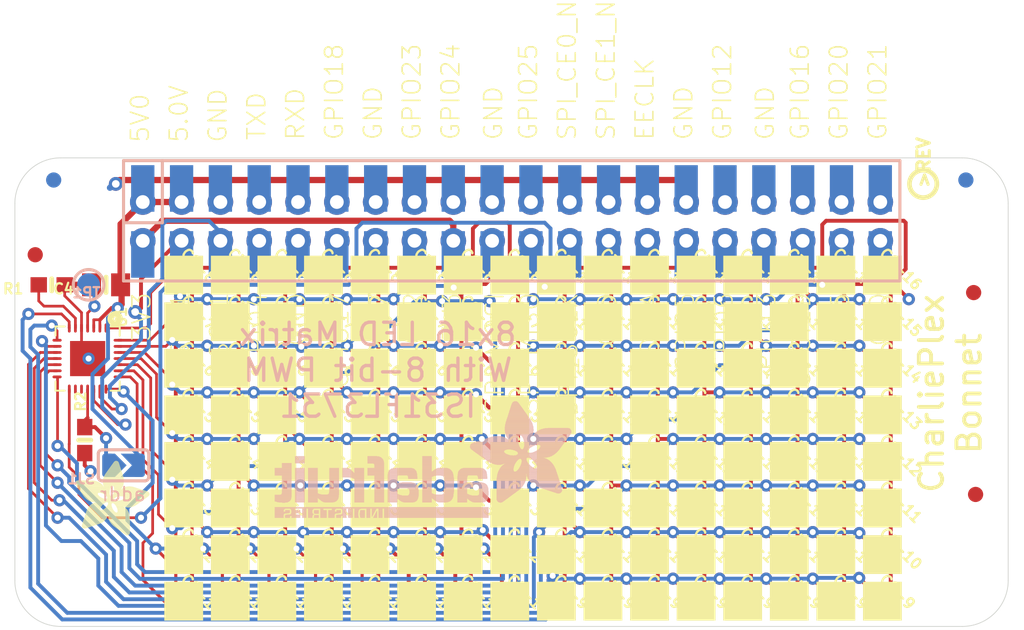
<source format=kicad_pcb>
(kicad_pcb (version 20211014) (generator pcbnew)
  (layers (0 "F.Cu" signal) (31 "B.Cu" signal) (34 "B.Paste" user) (35 "F.Paste" user) (36 "B.SilkS" user "B.Silkscreen") (37 "F.SilkS" user "F.Silkscreen") (38 "B.Mask" user) (39 "F.Mask" user) (44 "Edge.Cuts" user))
  (net 0 "")
  (net 1 "CA1")
  (net 2 "CA2")
  (net 3 "CA3")
  (net 4 "CA4")
  (net 5 "CA5")
  (net 6 "CA6")
  (net 7 "CA7")
  (net 8 "CA8")
  (net 9 "CA9")
  (net 10 "CB2")
  (net 11 "CB3")
  (net 12 "CB4")
  (net 13 "CB5")
  (net 14 "CB6")
  (net 15 "CB7")
  (net 16 "CB8")
  (net 17 "CB9")
  (net 18 "CB1")
  (net 19 "GND")
  (net 20 "R_EXT")
  (net 21 "SDA")
  (net 22 "SCL")
  (net 23 "INTB")
  (net 24 "ADDR")
  (net 25 "3.3V")
  (net 26 "5.0V")
  (footprint "boardEagle:CHIPLED_0603_NOOUTLINE" (layer "F.Cu") (at 130.1108 106.5416 -135)
    (fp_text reference "C3-5")
    (fp_text value "")
  )
  (footprint "boardEagle:CHIPLED_0603_NOOUTLINE" (layer "F.Cu") (at 154.4948 109.5896 -135)
    (fp_text reference "C3-12")
    (fp_text value "")
  )
  (footprint "boardEagle:CHIPLED_0603_NOOUTLINE" (layer "F.Cu") (at 160.5908 103.4936 -135)
    (fp_text reference "C5-14")
    (fp_text value "")
  )
  (footprint "boardEagle:CHIPLED_0603_NOOUTLINE" (layer "F.Cu") (at 133.1588 115.6856 -135)
    (fp_text reference "C4-2")
    (fp_text value "")
  )
  (footprint "boardEagle:CHIPLED_0603_NOOUTLINE" (layer "F.Cu") (at 154.4948 106.5416 -135)
    (fp_text reference "C3-13")
    (fp_text value "")
  )
  (footprint "boardEagle:CHIPLED_0603_NOOUTLINE" (layer "F.Cu") (at 130.1108 118.7336 -135)
    (fp_text reference "C3-1")
    (fp_text value "")
  )
  (footprint "boardEagle:CHIPLED_0603_NOOUTLINE" (layer "F.Cu") (at 127.0628 97.3976 -135)
    (fp_text reference "C2-8")
    (fp_text value "")
  )
  (footprint "boardEagle:CHIPLED_0603_NOOUTLINE" (layer "F.Cu") (at 136.2068 109.5896 -135)
    (fp_text reference "C5-4")
    (fp_text value "")
  )
  (footprint "boardEagle:CHIPLED_0603_NOOUTLINE" (layer "F.Cu") (at 163.6388 106.5416 -135)
    (fp_text reference "C6-13")
    (fp_text value "")
  )
  (footprint "boardEagle:CHIPLED_0603_NOOUTLINE" (layer "F.Cu") (at 169.7348 106.5416 -135)
    (fp_text reference "C8-13")
    (fp_text value "")
  )
  (footprint "boardEagle:CHIPLED_0603_NOOUTLINE" (layer "F.Cu") (at 139.2548 118.7336 -135)
    (fp_text reference "C6-1")
    (fp_text value "")
  )
  (footprint "boardEagle:CHARLIE_BONNET_GRID" (layer "F.Cu") (at 125.7801 119.9528)
    (fp_text reference "U$13" hide)
    (fp_text value "" hide)
  )
  (footprint "boardEagle:CHIPLED_0603_NOOUTLINE" (layer "F.Cu") (at 133.1588 106.5416 -135)
    (fp_text reference "C4-5")
    (fp_text value "")
  )
  (footprint "boardEagle:CHIPLED_0603_NOOUTLINE" (layer "F.Cu") (at 151.4468 106.5416 -135)
    (fp_text reference "C2-13")
    (fp_text value "")
  )
  (footprint "boardEagle:CHIPLED_0603_NOOUTLINE" (layer "F.Cu") (at 157.5428 97.3976 -135)
    (fp_text reference "C4-16")
    (fp_text value "")
  )
  (footprint "boardEagle:CHIPLED_0603_NOOUTLINE" (layer "F.Cu") (at 166.6868 118.7336 -135)
    (fp_text reference "C7-9")
    (fp_text value "")
  )
  (footprint "boardEagle:CHIPLED_0603_NOOUTLINE" (layer "F.Cu") (at 163.6388 115.6856 -135)
    (fp_text reference "C6-10")
    (fp_text value "")
  )
  (footprint "boardEagle:CHIPLED_0603_NOOUTLINE" (layer "F.Cu") (at 139.2548 103.4936 -135)
    (fp_text reference "C6-6")
    (fp_text value "")
  )
  (footprint "boardEagle:CHIPLED_0603_NOOUTLINE" (layer "F.Cu") (at 130.1108 103.4936 -135)
    (fp_text reference "C3-6")
    (fp_text value "")
  )
  (footprint "boardEagle:CHIPLED_0603_NOOUTLINE" (layer "F.Cu") (at 139.2548 112.6376 -135)
    (fp_text reference "C6-3")
    (fp_text value "")
  )
  (footprint "boardEagle:CHIPLED_0603_NOOUTLINE" (layer "F.Cu") (at 172.7828 112.6376 -135)
    (fp_text reference "C9-11")
    (fp_text value "")
  )
  (footprint "boardEagle:CHIPLED_0603_NOOUTLINE" (layer "F.Cu") (at 163.6388 109.5896 -135)
    (fp_text reference "C6-12")
    (fp_text value "")
  )
  (footprint "boardEagle:CHIPLED_0603_NOOUTLINE" (layer "F.Cu") (at 130.1108 109.5896 -135)
    (fp_text reference "C3-4")
    (fp_text value "")
  )
  (footprint "boardEagle:CHIPLED_0603_NOOUTLINE" (layer "F.Cu") (at 142.3028 115.6856 -135)
    (fp_text reference "C7-2")
    (fp_text value "")
  )
  (footprint "boardEagle:CHIPLED_0603_NOOUTLINE" (layer "F.Cu") (at 160.5908 118.7336 -135)
    (fp_text reference "C5-9")
    (fp_text value "")
  )
  (footprint "boardEagle:CHIPLED_0603_NOOUTLINE" (layer "F.Cu") (at 160.5908 106.5416 -135)
    (fp_text reference "C5-13")
    (fp_text value "")
  )
  (footprint "boardEagle:CHIPLED_0603_NOOUTLINE" (layer "F.Cu") (at 133.1588 97.3976 -135)
    (fp_text reference "C4-8")
    (fp_text value "")
  )
  (footprint "boardEagle:CHIPLED_0603_NOOUTLINE" (layer "F.Cu") (at 157.5428 118.7336 -135)
    (fp_text reference "C4-9")
    (fp_text value "")
  )
  (footprint "boardEagle:CHIPLED_0603_NOOUTLINE" (layer "F.Cu") (at 166.6868 97.3976 -135)
    (fp_text reference "C7-16")
    (fp_text value "")
  )
  (footprint "boardEagle:CHIPLED_0603_NOOUTLINE" (layer "F.Cu") (at 133.1588 103.4936 -135)
    (fp_text reference "C4-6")
    (fp_text value "")
  )
  (footprint "boardEagle:CHIPLED_0603_NOOUTLINE" (layer "F.Cu") (at 151.4468 118.7336 -135)
    (fp_text reference "C2-9")
    (fp_text value "")
  )
  (footprint "boardEagle:CHIPLED_0603_NOOUTLINE" (layer "F.Cu") (at 157.5428 103.4936 -135)
    (fp_text reference "C4-14")
    (fp_text value "")
  )
  (footprint "boardEagle:CHIPLED_0603_NOOUTLINE" (layer "F.Cu") (at 172.7828 106.5416 -135)
    (fp_text reference "C9-13")
    (fp_text value "")
  )
  (footprint "boardEagle:CHIPLED_0603_NOOUTLINE" (layer "F.Cu") (at 130.1108 97.3976 -135)
    (fp_text reference "C3-8")
    (fp_text value "")
  )
  (footprint "boardEagle:PCBFEAT-REV-040" (layer "F.Cu") (at 175.4371 91.3778 90)
    (fp_text reference "U$14" hide)
    (fp_text value "" hide)
  )
  (footprint "boardEagle:CHIPLED_0603_NOOUTLINE" (layer "F.Cu") (at 145.3508 118.7336 -135)
    (fp_text reference "C8-1")
    (fp_text value "")
  )
  (footprint "boardEagle:CHIPLED_0603_NOOUTLINE" (layer "F.Cu") (at 166.6868 106.5416 -135)
    (fp_text reference "C7-13")
    (fp_text value "")
  )
  (footprint "boardEagle:0603-NO" (layer "F.Cu") (at 118.4141 97.9818 180)
    (fp_text reference "R1")
    (fp_text value "10K")
  )
  (footprint "boardEagle:PI_BONNET_THMSMT" (layer "F.Cu") (at 116.0011 120.3338)
    (fp_text reference "RPI1" hide)
    (fp_text value "RASPBERRYPI_BPLUS_BONNET_THMSMT" hide)
    (fp_line (start 3 0) (end 62 0) (layer "Edge.Cuts") (width 0.05))
    (fp_line (start 62 -30.6604) (end 3 -30.6604) (layer "Edge.Cuts") (width 0.05))
    (fp_line (start 65 -3) (end 65 -27.6604) (layer "Edge.Cuts") (width 0.05))
    (fp_line (start 0 -27.6604) (end 0 -3) (layer "Edge.Cuts") (width 0.05))
    (fp_arc (start 65 -3) (mid 64.12132 -0.87868) (end 62 0) (layer "Edge.Cuts") (width 0.05))
    (fp_arc (start 62 -30.6604) (mid 64.12132 -29.78172) (end 65 -27.6604) (layer "Edge.Cuts") (width 0.05))
    (fp_arc (start 0 -27.6604) (mid 0.87868 -29.78172) (end 3 -30.6604) (layer "Edge.Cuts") (width 0.05))
    (fp_arc (start 3 0) (mid 0.87868 -0.87868) (end 0 -3) (layer "Edge.Cuts") (width 0.05))
  )
  (footprint "boardEagle:CHIPLED_0603_NOOUTLINE" (layer "F.Cu") (at 127.0628 100.4456 -135)
    (fp_text reference "C2-7")
    (fp_text value "")
  )
  (footprint "boardEagle:CHIPLED_0603_NOOUTLINE" (layer "F.Cu") (at 139.2548 97.3976 -135)
    (fp_text reference "C6-8")
    (fp_text value "")
  )
  (footprint "boardEagle:CHIPLED_0603_NOOUTLINE" (layer "F.Cu") (at 148.3988 115.6856 -135)
    (fp_text reference "C9-2")
    (fp_text value "")
  )
  (footprint "boardEagle:FIDUCIAL_1MM" (layer "F.Cu") (at 117.3346 96.0133)
    (fp_text reference "FID1" hide)
    (fp_text value "FIDUCIAL_1MM" hide)
  )
  (footprint "boardEagle:CHIPLED_0603_NOOUTLINE" (layer "F.Cu") (at 148.3988 106.5416 -135)
    (fp_text reference "C9-5")
    (fp_text value "")
  )
  (footprint "boardEagle:CHIPLED_0603_NOOUTLINE" (layer "F.Cu") (at 163.6388 103.4936 -135)
    (fp_text reference "C6-14")
    (fp_text value "")
  )
  (footprint "boardEagle:CHIPLED_0603_NOOUTLINE" (layer "F.Cu") (at 130.1108 115.6856 -135)
    (fp_text reference "C3-2")
    (fp_text value "")
  )
  (footprint "boardEagle:CHIPLED_0603_NOOUTLINE" (layer "F.Cu") (at 136.2068 106.5416 -135)
    (fp_text reference "C5-5")
    (fp_text value "")
  )
  (footprint "boardEagle:CHIPLED_0603_NOOUTLINE" (layer "F.Cu") (at 145.3508 112.6376 -135)
    (fp_text reference "C8-3")
    (fp_text value "")
  )
  (footprint "boardEagle:CHIPLED_0603_NOOUTLINE" (layer "F.Cu") (at 172.7828 97.3976 -135)
    (fp_text reference "C9-16")
    (fp_text value "")
  )
  (footprint "boardEagle:CHIPLED_0603_NOOUTLINE" (layer "F.Cu") (at 163.6388 112.6376 -135)
    (fp_text reference "C6-11")
    (fp_text value "")
  )
  (footprint "boardEagle:CHIPLED_0603_NOOUTLINE" (layer "F.Cu") (at 154.4948 118.7336 -135)
    (fp_text reference "C3-9")
    (fp_text value "")
  )
  (footprint "boardEagle:CHIPLED_0603_NOOUTLINE" (layer "F.Cu") (at 154.4948 115.6856 -135)
    (fp_text reference "C3-10")
    (fp_text value "")
  )
  (footprint "boardEagle:CHIPLED_0603_NOOUTLINE" (layer "F.Cu") (at 166.6868 100.4456 -135)
    (fp_text reference "C7-15")
    (fp_text value "")
  )
  (footprint "boardEagle:CHIPLED_0603_NOOUTLINE" (layer "F.Cu") (at 142.3028 109.5896 -135)
    (fp_text reference "C7-4")
    (fp_text value "")
  )
  (footprint "boardEagle:CHIPLED_0603_NOOUTLINE" (layer "F.Cu") (at 154.4948 103.4936 -135)
    (fp_text reference "C3-14")
    (fp_text value "")
  )
  (footprint "boardEagle:CHIPLED_0603_NOOUTLINE" (layer "F.Cu") (at 157.5428 100.4456 -135)
    (fp_text reference "C4-15")
    (fp_text value "")
  )
  (footprint "boardEagle:CHIPLED_0603_NOOUTLINE" (layer "F.Cu") (at 166.6868 103.4936 -135)
    (fp_text reference "C7-14")
    (fp_text value "")
  )
  (footprint "boardEagle:CHIPLED_0603_NOOUTLINE" (layer "F.Cu") (at 145.3508 100.4456 -135)
    (fp_text reference "C8-7")
    (fp_text value "")
  )
  (footprint "boardEagle:CHIPLED_0603_NOOUTLINE" (layer "F.Cu") (at 127.0628 118.7336 -135)
    (fp_text reference "C2-1")
    (fp_text value "")
  )
  (footprint "boardEagle:CHIPLED_0603_NOOUTLINE" (layer "F.Cu") (at 145.3508 103.4936 -135)
    (fp_text reference "C8-6")
    (fp_text value "")
  )
  (footprint "boardEagle:CHIPLED_0603_NOOUTLINE" (layer "F.Cu") (at 169.7348 118.7336 -135)
    (fp_text reference "C8-9")
    (fp_text value "")
  )
  (footprint "boardEagle:CHIPLED_0603_NOOUTLINE" (layer "F.Cu") (at 157.5428 112.6376 -135)
    (fp_text reference "C4-11")
    (fp_text value "")
  )
  (footprint "boardEagle:CHIPLED_0603_NOOUTLINE" (layer "F.Cu") (at 133.1588 100.4456 -135)
    (fp_text reference "C4-7")
    (fp_text value "")
  )
  (footprint "boardEagle:CHIPLED_0603_NOOUTLINE" (layer "F.Cu") (at 148.3988 100.4456 -135)
    (fp_text reference "C9-7")
    (fp_text value "")
  )
  (footprint "boardEagle:CHIPLED_0603_NOOUTLINE" (layer "F.Cu") (at 145.3508 106.5416 -135)
    (fp_text reference "C8-5")
    (fp_text value "")
  )
  (footprint "boardEagle:CHIPLED_0603_NOOUTLINE" (layer "F.Cu") (at 169.7348 109.5896 -135)
    (fp_text reference "C8-12")
    (fp_text value "")
  )
  (footprint "boardEagle:CHIPLED_0603_NOOUTLINE" (layer "F.Cu") (at 142.3028 118.7336 -135)
    (fp_text reference "C7-1")
    (fp_text value "")
  )
  (footprint "boardEagle:CHIPLED_0603_NOOUTLINE" (layer "F.Cu") (at 136.2068 97.3976 -135)
    (fp_text reference "C5-8")
    (fp_text value "")
  )
  (footprint "boardEagle:CHIPLED_0603_NOOUTLINE" (layer "F.Cu") (at 145.3508 109.5896 -135)
    (fp_text reference "C8-4")
    (fp_text value "")
  )
  (footprint "boardEagle:CHIPLED_0603_NOOUTLINE" (layer "F.Cu") (at 160.5908 115.6856 -135)
    (fp_text reference "C5-10")
    (fp_text value "")
  )
  (footprint "boardEagle:CHIPLED_0603_NOOUTLINE" (layer "F.Cu") (at 154.4948 97.3976 -135)
    (fp_text reference "C3-16")
    (fp_text value "")
  )
  (footprint "boardEagle:CHIPLED_0603_NOOUTLINE" (layer "F.Cu") (at 136.2068 103.4936 -135)
    (fp_text reference "C5-6")
    (fp_text value "")
  )
  (footprint "boardEagle:CHIPLED_0603_NOOUTLINE" (layer "F.Cu") (at 151.4468 115.6856 -135)
    (fp_text reference "C2-10")
    (fp_text value "")
  )
  (footprint "boardEagle:CHIPLED_0603_NOOUTLINE" (layer "F.Cu") (at 163.6388 100.4456 -135)
    (fp_text reference "C6-15")
    (fp_text value "")
  )
  (footprint "boardEagle:CHIPLED_0603_NOOUTLINE" (layer "F.Cu") (at 148.3988 103.4936 -135)
    (fp_text reference "C9-6")
    (fp_text value "")
  )
  (footprint "boardEagle:CHIPLED_0603_NOOUTLINE" (layer "F.Cu") (at 130.1108 100.4456 -135)
    (fp_text reference "C3-7")
    (fp_text value "")
  )
  (footprint "boardEagle:CHIPLED_0603_NOOUTLINE" (layer "F.Cu") (at 151.4468 100.4456 -135)
    (fp_text reference "C2-15")
    (fp_text value "")
  )
  (footprint "boardEagle:CHIPLED_0603_NOOUTLINE" (layer "F.Cu") (at 172.7828 118.7336 -135)
    (fp_text reference "C9-9")
    (fp_text value "")
  )
  (footprint "boardEagle:CHIPLED_0603_NOOUTLINE" (layer "F.Cu") (at 148.3988 97.3976 -135)
    (fp_text reference "C9-8")
    (fp_text value "")
  )
  (footprint "boardEagle:CHIPLED_0603_NOOUTLINE" (layer "F.Cu") (at 166.6868 115.6856 -135)
    (fp_text reference "C7-10")
    (fp_text value "")
  )
  (footprint "boardEagle:CHIPLED_0603_NOOUTLINE" (layer "F.Cu") (at 139.2548 100.4456 -135)
    (fp_text reference "C6-7")
    (fp_text value "")
  )
  (footprint "boardEagle:CHIPLED_0603_NOOUTLINE" (layer "F.Cu") (at 160.5908 100.4456 -135)
    (fp_text reference "C5-15")
    (fp_text value "")
  )
  (footprint "boardEagle:CHIPLED_0603_NOOUTLINE" (layer "F.Cu") (at 127.0628 115.6856 -135)
    (fp_text reference "C2-2")
    (fp_text value "")
  )
  (footprint "boardEagle:CHIPLED_0603_NOOUTLINE" (layer "F.Cu") (at 148.3988 109.5896 -135)
    (fp_text reference "C9-4")
    (fp_text value "")
  )
  (footprint "boardEagle:CHIPLED_0603_NOOUTLINE" (layer "F.Cu") (at 160.5908 109.5896 -135)
    (fp_text reference "C5-12")
    (fp_text value "")
  )
  (footprint "boardEagle:CHIPLED_0603_NOOUTLINE" (layer "F.Cu") (at 157.5428 106.5416 -135)
    (fp_text reference "C4-13")
    (fp_text value "")
  )
  (footprint "boardEagle:CHIPLED_0603_NOOUTLINE" (layer "F.Cu") (at 154.4948 100.4456 -135)
    (fp_text reference "C3-15")
    (fp_text value "")
  )
  (footprint "boardEagle:CHIPLED_0603_NOOUTLINE" (layer "F.Cu") (at 151.4468 97.3976 -135)
    (fp_text reference "C2-16")
    (fp_text value "")
  )
  (footprint "boardEagle:0603-NO" (layer "F.Cu") (at 120.5731 108.1418 90)
    (fp_text reference "R2")
    (fp_text value "10K")
  )
  (footprint "boardEagle:CHIPLED_0603_NOOUTLINE" (layer "F.Cu") (at 151.4468 109.5896 -135)
    (fp_text reference "C2-12")
    (fp_text value "")
  )
  (footprint "boardEagle:CHIPLED_0603_NOOUTLINE" (layer "F.Cu") (at 154.4948 112.6376 -135)
    (fp_text reference "C3-11")
    (fp_text value "")
  )
  (footprint "boardEagle:CHIPLED_0603_NOOUTLINE" (layer "F.Cu") (at 148.3988 112.6376 -135)
    (fp_text reference "C9-3")
    (fp_text value "")
  )
  (footprint "boardEagle:0805-NO" (layer "F.Cu") (at 121.9701 97.9818 180)
    (fp_text reference "C4")
    (fp_text value "10uF")
  )
  (footprint "boardEagle:CHIPLED_0603_NOOUTLINE" (layer "F.Cu") (at 157.5428 115.6856 -135)
    (fp_text reference "C4-10")
    (fp_text value "")
  )
  (footprint "boardEagle:CHIPLED_0603_NOOUTLINE" (layer "F.Cu") (at 163.6388 97.3976 -135)
    (fp_text reference "C6-16")
    (fp_text value "")
  )
  (footprint "boardEagle:CHIPLED_0603_NOOUTLINE" (layer "F.Cu") (at 142.3028 106.5416 -135)
    (fp_text reference "C7-5")
    (fp_text value "")
  )
  (footprint "boardEagle:CHIPLED_0603_NOOUTLINE" (layer "F.Cu") (at 127.0628 112.6376 -135)
    (fp_text reference "C2-3")
    (fp_text value "")
  )
  (footprint "boardEagle:CHIPLED_0603_NOOUTLINE" (layer "F.Cu") (at 169.7348 112.6376 -135)
    (fp_text reference "C8-11")
    (fp_text value "")
  )
  (footprint "boardEagle:CHIPLED_0603_NOOUTLINE" (layer "F.Cu") (at 139.2548 109.5896 -135)
    (fp_text reference "C6-4")
    (fp_text value "")
  )
  (footprint "boardEagle:CHIPLED_0603_NOOUTLINE" (layer "F.Cu") (at 127.0628 109.5896 -135)
    (fp_text reference "C2-4")
    (fp_text value "")
  )
  (footprint "boardEagle:CHIPLED_0603_NOOUTLINE" (layer "F.Cu") (at 166.6868 112.6376 -135)
    (fp_text reference "C7-11")
    (fp_text value "")
  )
  (footprint "boardEagle:CHIPLED_0603_NOOUTLINE" (layer "F.Cu") (at 139.2548 115.6856 -135)
    (fp_text reference "C6-2")
    (fp_text value "")
  )
  (footprint "boardEagle:ADAFRUIT_5MM" (layer "F.Cu") (at 119.9381 114.3648)
    (fp_text reference "U$1" hide)
    (fp_text value "" hide)
  )
  (footprint "boardEagle:CHIPLED_0603_NOOUTLINE" (layer "F.Cu") (at 136.2068 118.7336 -135)
    (fp_text reference "C5-1")
    (fp_text value "")
  )
  (footprint "boardEagle:CHIPLED_0603_NOOUTLINE" (layer "F.Cu") (at 139.2548 106.5416 -135)
    (fp_text reference "C6-5")
    (fp_text value "")
  )
  (footprint "boardEagle:CHIPLED_0603_NOOUTLINE" (layer "F.Cu") (at 169.7348 115.6856 -135)
    (fp_text reference "C8-10")
    (fp_text value "")
  )
  (footprint "boardEagle:CHIPLED_0603_NOOUTLINE" (layer "F.Cu") (at 151.4468 112.6376 -135)
    (fp_text reference "C2-11")
    (fp_text value "")
  )
  (footprint "boardEagle:CHIPLED_0603_NOOUTLINE" (layer "F.Cu") (at 157.5428 109.5896 -135)
    (fp_text reference "C4-12")
    (fp_text value "")
  )
  (footprint "boardEagle:CHIPLED_0603_NOOUTLINE" (layer "F.Cu") (at 163.6388 118.7336 -135)
    (fp_text reference "C6-9")
    (fp_text value "")
  )
  (footprint "boardEagle:FIDUCIAL_1MM" (layer "F.Cu") (at 178.7391 98.4898)
    (fp_text reference "FID2" hide)
    (fp_text value "FIDUCIAL_1MM" hide)
  )
  (footprint "boardEagle:CHIPLED_0603_NOOUTLINE" (layer "F.Cu") (at 133.1588 118.7336 -135)
    (fp_text reference "C4-1")
    (fp_text value "")
  )
  (footprint "boardEagle:CHIPLED_0603_NOOUTLINE" (layer "F.Cu") (at 145.3508 115.6856 -135)
    (fp_text reference "C8-2")
    (fp_text value "")
  )
  (footprint "boardEagle:CHIPLED_0603_NOOUTLINE" (layer "F.Cu") (at 172.7828 103.4936 -135)
    (fp_text reference "C9-14")
    (fp_text value "")
  )
  (footprint "boardEagle:CHIPLED_0603_NOOUTLINE" (layer "F.Cu") (at 130.1108 112.6376 -135)
    (fp_text reference "C3-3")
    (fp_text value "")
  )
  (footprint "boardEagle:CHIPLED_0603_NOOUTLINE" (layer "F.Cu") (at 172.7828 115.6856 -135)
    (fp_text reference "C9-10")
    (fp_text value "")
  )
  (footprint "boardEagle:CHIPLED_0603_NOOUTLINE" (layer "F.Cu") (at 127.0628 106.5416 -135)
    (fp_text reference "C2-5")
    (fp_text value "")
  )
  (footprint "boardEagle:CHIPLED_0603_NOOUTLINE" (layer "F.Cu") (at 166.6868 109.5896 -135)
    (fp_text reference "C7-12")
    (fp_text value "")
  )
  (footprint "boardEagle:CHIPLED_0603_NOOUTLINE" (layer "F.Cu") (at 145.3508 97.3976 -135)
    (fp_text reference "C8-8")
    (fp_text value "")
  )
  (footprint "boardEagle:CHIPLED_0603_NOOUTLINE" (layer "F.Cu") (at 142.3028 112.6376 -135)
    (fp_text reference "C7-3")
    (fp_text value "")
  )
  (footprint "boardEagle:CHIPLED_0603_NOOUTLINE" (layer "F.Cu") (at 142.3028 100.4456 -135)
    (fp_text reference "C7-7")
    (fp_text value "")
  )
  (footprint "boardEagle:CHIPLED_0603_NOOUTLINE" (layer "F.Cu") (at 136.2068 115.6856 -135)
    (fp_text reference "C5-2")
    (fp_text value "")
  )
  (footprint "boardEagle:CHIPLED_0603_NOOUTLINE" (layer "F.Cu") (at 172.7828 109.5896 -135)
    (fp_text reference "C9-12")
    (fp_text value "")
  )
  (footprint "boardEagle:CHIPLED_0603_NOOUTLINE" (layer "F.Cu") (at 142.3028 97.3976 -135)
    (fp_text reference "C7-8")
    (fp_text value "")
  )
  (footprint "boardEagle:CHIPLED_0603_NOOUTLINE" (layer "F.Cu") (at 160.5908 112.6376 -135)
    (fp_text reference "C5-11")
    (fp_text value "")
  )
  (footprint "boardEagle:CHIPLED_0603_NOOUTLINE" (layer "F.Cu") (at 169.7348 97.3976 -135)
    (fp_text reference "C8-16")
    (fp_text value "")
  )
  (footprint "boardEagle:CHIPLED_0603_NOOUTLINE" (layer "F.Cu") (at 127.0628 103.4936 -135)
    (fp_text reference "C2-6")
    (fp_text value "")
  )
  (footprint "boardEagle:CHIPLED_0603_NOOUTLINE" (layer "F.Cu") (at 142.3028 103.4936 -135)
    (fp_text reference "C7-6")
    (fp_text value "")
  )
  (footprint "boardEagle:CHIPLED_0603_NOOUTLINE" (layer "F.Cu") (at 133.1588 112.6376 -135)
    (fp_text reference "C4-3")
    (fp_text value "")
  )
  (footprint "boardEagle:CHIPLED_0603_NOOUTLINE" (layer "F.Cu") (at 136.2068 100.4456 -135)
    (fp_text reference "C5-7")
    (fp_text value "")
  )
  (footprint "boardEagle:CHIPLED_0603_NOOUTLINE" (layer "F.Cu") (at 169.7348 100.4456 -135)
    (fp_text reference "C8-15")
    (fp_text value "")
  )
  (footprint "boardEagle:CHIPLED_0603_NOOUTLINE" (layer "F.Cu") (at 148.3988 118.7336 -135)
    (fp_text reference "C9-1")
    (fp_text value "")
  )
  (footprint "boardEagle:CHIPLED_0603_NOOUTLINE" (layer "F.Cu") (at 169.7348 103.4936 -135)
    (fp_text reference "C8-14")
    (fp_text value "")
  )
  (footprint "boardEagle:CHIPLED_0603_NOOUTLINE" (layer "F.Cu") (at 136.2068 112.6376 -135)
    (fp_text reference "C5-3")
    (fp_text value "")
  )
  (footprint "boardEagle:FIDUCIAL_1MM" (layer "F.Cu") (at 178.8661 111.6978)
    (fp_text reference "FID3" hide)
    (fp_text value "FIDUCIAL_1MM" hide)
  )
  (footprint "boardEagle:CHIPLED_0603_NOOUTLINE" (layer "F.Cu") (at 160.5908 97.3976 -135)
    (fp_text reference "C5-16")
    (fp_text value "")
  )
  (footprint "boardEagle:CHIPLED_0603_NOOUTLINE" (layer "F.Cu") (at 133.1588 109.5896 -135)
    (fp_text reference "C4-4")
    (fp_text value "")
  )
  (footprint "boardEagle:QFN28_4MM_0.4MM" (layer "F.Cu") (at 120.7636 102.8078 -90)
    (fp_text reference "U1")
    (fp_text value "IS31FL3731-SALS2")
  )
  (footprint "boardEagle:CHIPLED_0603_NOOUTLINE" (layer "F.Cu") (at 172.7828 100.4456 -135)
    (fp_text reference "C9-15")
    (fp_text value "")
  )
  (footprint "boardEagle:CHIPLED_0603_NOOUTLINE" (layer "F.Cu") (at 151.4468 103.4936 -135)
    (fp_text reference "C2-14")
    (fp_text value "")
  )
  (footprint "boardEagle:ADAFRUIT_TEXT_20MM" (layer "B.Cu") (at 152.5771 113.2218 180)
    (fp_text reference "U$2" hide)
    (fp_text value "" hide)
  )
  (footprint "boardEagle:SOLDERJUMPER_ARROW_NOPASTE" (layer "B.Cu") (at 123.1131 109.7928)
    (fp_text reference "SJ1")
    (fp_text value "")
  )
  (footprint "boardEagle:TESTPOINT_ROUND_1.5MM" (layer "B.Cu") (at 120.8271 97.9818 180)
    (fp_text reference "TP1")
    (fp_text value "")
  )
  (gr_circle (center 151.4341 97.423) (end 151.5611 97.423) (layer "F.SilkS") (width 0.254) (fill none))
  (gr_circle (center 127.0501 97.423) (end 127.1771 97.423) (layer "F.SilkS") (width 0.254) (fill none))
  (gr_text "8x16 LED Matrix\nWith 8-bit PWM\nIS31FL3731" (at 139.7501 103.5698) (layer "B.SilkS") (effects (font (size 1.458468 1.458468) (thickness 0.217932)) (justify mirror)))
  (gr_text "addr" (at 124.6371 112.2058) (layer "B.SilkS") (effects (font (size 0.89408 0.89408) (thickness 0.12192)) (justify left bottom mirror)))
  (gr_text "CharliePlex\nBonnet" (at 177.2151 105.0938 90) (layer "F.SilkS") (effects (font (size 1.52908 1.52908) (thickness 0.24892))))
  (segment (start 132.628468 118.203272) (end 132.628468 116.488769) (width 0.2032) (layer "F.Cu") (net 1))
  (segment (start 141.772468 118.203272) (end 141.772468 116.488769) (width 0.254) (layer "F.Cu") (net 1))
  (segment (start 126.532468 118.203272) (end 126.532468 116.552269) (width 0.2032) (layer "F.Cu") (net 1))
  (segment (start 129.580468 118.203272) (end 129.580468 116.488769) (width 0.2032) (layer "F.Cu") (net 1))
  (segment (start 126.532468 116.552269) (end 125.2213 115.2411) (width 0.2032) (layer "F.Cu") (net 1))
  (segment (start 144.820468 118.203272) (end 144.820468 116.425269) (width 0.254) (layer "F.Cu") (net 1))
  (segment (start 121.9636 104.8078) (end 122.9541 104.8078) (width 0.1778) (layer "F.Cu") (net 1))
  (segment (start 132.628468 116.488769) (end 131.3808 115.2411) (width 0.2032) (layer "F.Cu") (net 1))
  (segment (start 135.676468 118.203272) (end 135.676468 116.488769) (width 0.2032) (layer "F.Cu") (net 1))
  (segment (start 135.676468 116.488769) (end 134.4288 115.2411) (width 0.2032) (layer "F.Cu") (net 1))
  (segment (start 138.724468 116.488769) (end 137.4768 115.2411) (width 0.2032) (layer "F.Cu") (net 1))
  (segment (start 129.580468 116.488769) (end 128.3328 115.2411) (width 0.2032) (layer "F.Cu") (net 1))
  (segment (start 147.868468 116.425269) (end 146.6843 115.2411) (width 0.254) (layer "F.Cu") (net 1))
  (segment (start 144.820468 116.425269) (end 143.6363 115.2411) (width 0.254) (layer "F.Cu") (net 1))
  (segment (start 138.724468 118.203272) (end 138.724468 116.488769) (width 0.2032) (layer "F.Cu") (net 1))
  (segment (start 122.9541 104.8078) (end 123.1131 104.9668) (width 0.1778) (layer "F.Cu") (net 1))
  (segment (start 141.772468 116.488769) (end 140.5248 115.2411) (width 0.254) (layer "F.Cu") (net 1))
  (segment (start 147.868468 118.203272) (end 147.868468 116.425269) (width 0.254) (layer "F.Cu") (net 1))
  (via (at 125.2213 115.2411) (size 0.8001) (drill 0.3937) (layers "F.Cu" "B.Cu") (net 1))
  (via (at 123.1131 104.9668) (size 0.8001) (drill 0.3937) (layers "F.Cu" "B.Cu") (net 1))
  (via (at 128.3328 115.2411) (size 0.8001) (drill 0.3937) (layers "F.Cu" "B.Cu") (net 1))
  (via (at 134.4288 115.2411) (size 0.8001) (drill 0.3937) (layers "F.Cu" "B.Cu") (net 1))
  (via (at 137.4768 115.2411) (size 0.8001) (drill 0.3937) (layers "F.Cu" "B.Cu") (net 1))
  (via (at 131.3808 115.2411) (size 0.8001) (drill 0.3937) (layers "F.Cu" "B.Cu") (net 1))
  (via (at 140.5248 115.2411) (size 0.8001) (drill 0.3937) (layers "F.Cu" "B.Cu") (net 1))
  (via (at 143.6363 115.2411) (size 0.8001) (drill 0.3937) (layers "F.Cu" "B.Cu") (net 1))
  (via (at 146.6843 115.2411) (size 0.8001) (drill 0.3937) (layers "F.Cu" "B.Cu") (net 1))
  (segment (start 146.6843 115.2411) (end 143.6363 115.2411) (width 0.254) (layer "B.Cu") (net 1))
  (segment (start 134.4288 115.2411) (end 137.4768 115.2411) (width 0.254) (layer "B.Cu") (net 1))
  (segment (start 125.0181 106.8718) (end 125.0181 110.9358) (width 0.254) (layer "B.Cu") (net 1))
  (segment (start 131.3808 115.2411) (end 134.4288 115.2411) (width 0.254) (layer "B.Cu") (net 1))
  (segment (start 125.2213 115.2411) (end 128.3328 115.2411) (width 0.254) (layer "B.Cu") (net 1))
  (segment (start 125.0181 110.9358) (end 123.3671 112.5868) (width 0.254) (layer "B.Cu") (net 1))
  (segment (start 128.3328 115.2411) (end 131.3808 115.2411) (width 0.254) (layer "B.Cu") (net 1))
  (segment (start 123.3671 113.3869) (end 125.2213 115.2411) (width 0.254) (layer "B.Cu") (net 1))
  (segment (start 123.3671 112.5868) (end 123.3671 113.3869) (width 0.254) (layer "B.Cu") (net 1))
  (segment (start 123.1131 104.9668) (end 125.0181 106.8718) (width 0.254) (layer "B.Cu") (net 1))
  (segment (start 140.5248 115.2411) (end 143.6363 115.2411) (width 0.254) (layer "B.Cu") (net 1))
  (segment (start 137.4768 115.2411) (end 140.5248 115.2411) (width 0.254) (layer "B.Cu") (net 1))
  (segment (start 128.586796 114.1616) (end 127.593128 113.167932) (width 0.2032) (layer "F.Cu") (net 2))
  (segment (start 124.3831 117.1588) (end 124.3831 117.2858) (width 0.2032) (layer "F.Cu") (net 2))
  (segment (start 124.3831 114.8728) (end 124.3831 117.1588) (width 0.1778) (layer "F.Cu") (net 2))
  (segment (start 124.0021 104.4588) (end 124.0021 109.6658) (width 0.1778) (layer "F.Cu") (net 2))
  (segment (start 127.593128 107.071932) (end 127.593128 104.023932) (width 0.254) (layer "F.Cu") (net 2))
  (segment (start 128.5868 114.1616) (end 128.586796 114.1616) (width 0.2032) (layer "F.Cu") (net 2))
  (segment (start 126.6691 119.5718) (end 127.285259 119.5718) (width 0.1778) (layer "F.Cu") (net 2))
  (segment (start 147.868468 115.155272) (end 147.741471 115.155272) (width 0.254) (layer "F.Cu") (net 2))
  (segment (start 127.593128 113.167932) (end 127.593128 110.119932) (width 0.254) (layer "F.Cu") (net 2))
  (segment (start 124.3831 117.2858) (end 126.6691 119.5718) (width 0.2032) (layer "F.Cu") (net 2))
  (segment (start 127.593128 119.263932) (end 127.593128 116.215932) (width 0.254) (layer "F.Cu") (net 2))
  (segment (start 132.628468 115.155272) (end 131.6348 114.1616) (width 0.254) (layer "F.Cu") (net 2))
  (segment (start 128.5868 114.1616) (end 129.580468 115.155272) (width 0.254) (layer "F.Cu") (net 2))
  (segment (start 135.676468 114.964769) (end 134.8733 114.1616) (width 0.254) (layer "F.Cu") (net 2))
  (segment (start 144.820468 115.155272) (end 143.8268 114.1616) (width 0.254) (layer "F.Cu") (net 2))
  (segment (start 123.5511 104.0078) (end 124.0021 104.4588) (width 0.1778) (layer "F.Cu") (net 2))
  (segment (start 127.593128 116.215932) (end 127.593128 113.167932) (width 0.2032) (layer "F.Cu") (net 2))
  (segment (start 147.741471 115.155272) (end 146.6208 114.0346) (width 0.254) (layer "F.Cu") (net 2))
  (segment (start 127.593128 110.119932) (end 127.593128 107.071932) (width 0.254) (layer "F.Cu") (net 2))
  (segment (start 135.676468 115.155272) (end 135.676468 114.964769) (width 0.254) (layer "F.Cu") (net 2))
  (segment (start 127.593128 100.975932) (end 127.593128 97.927932) (width 0.254) (layer "F.Cu") (net 2))
  (segment (start 138.724468 115.155272) (end 137.7308 114.1616) (width 0.254) (layer "F.Cu") (net 2))
  (segment (start 127.593128 104.023932) (end 127.593128 100.975932) (width 0.254) (layer "F.Cu") (net 2))
  (segment (start 125.0181 110.6818) (end 125.0181 114.2378) (width 0.1778) (layer "F.Cu") (net 2))
  (segment (start 124.0021 109.6658) (end 125.0181 110.6818) (width 0.1778) (layer "F.Cu") (net 2))
  (segment (start 141.772468 115.155272) (end 140.7788 114.1616) (width 0.254) (layer "F.Cu") (net 2))
  (segment (start 122.7636 104.0078) (end 123.5511 104.0078) (width 0.1778) (layer "F.Cu") (net 2))
  (segment (start 125.0181 114.2378) (end 124.3831 114.8728) (width 0.1778) (layer "F.Cu") (net 2))
  (segment (start 127.285259 119.5718) (end 127.593128 119.263932) (width 0.1778) (layer "F.Cu") (net 2))
  (via (at 146.6208 114.0346) (size 0.8001) (drill 0.3937) (layers "F.Cu" "B.Cu") (net 2))
  (via (at 131.6348 114.1616) (size 0.8001) (drill 0.3937) (layers "F.Cu" "B.Cu") (net 2))
  (via (at 140.7788 114.1616) (size 0.8001) (drill 0.3937) (layers "F.Cu" "B.Cu") (net 2))
  (via (at 128.5868 114.1616) (size 0.8001) (drill 0.3937) (layers "F.Cu" "B.Cu") (net 2))
  (via (at 137.7308 114.1616) (size 0.8001) (drill 0.3937) (layers "F.Cu" "B.Cu") (net 2))
  (via (at 143.8268 114.1616) (size 0.8001) (drill 0.3937) (layers "F.Cu" "B.Cu") (net 2))
  (via (at 134.8733 114.1616) (size 0.8001) (drill 0.3937) (layers "F.Cu" "B.Cu") (net 2))
  (segment (start 143.8268 114.1616) (end 146.4938 114.1616) (width 0.254) (layer "B.Cu") (net 2))
  (segment (start 143.572937 114.1616) (end 140.7788 114.1616) (width 0.254) (layer "B.Cu") (net 2))
  (segment (start 131.6348 114.1616) (end 128.5868 114.1616) (width 0.254) (layer "B.Cu") (net 2))
  (segment (start 146.4938 114.1616) (end 146.6208 114.0346) (width 0.254) (layer "B.Cu") (net 2))
  (segment (start 131.6348 114.1616) (end 134.8733 114.1616) (width 0.254) (layer "B.Cu") (net 2))
  (segment (start 143.8268 114.1616) (end 143.572937 114.1616) (width 0.254) (layer "B.Cu") (net 2))
  (segment (start 134.8733 114.1616) (end 137.7308 114.1616) (width 0.254) (layer "B.Cu") (net 2))
  (segment (start 140.7788 114.1616) (end 137.7308 114.1616) (width 0.254) (layer "B.Cu") (net 2))
  (segment (start 147.868468 112.107272) (end 147.042971 112.107272) (width 0.254) (layer "F.Cu") (net 3))
  (segment (start 131.6348 111.1136) (end 131.634796 111.1136) (width 0.254) (layer "F.Cu") (net 3))
  (segment (start 130.641128 110.119932) (end 130.641128 107.071932) (width 0.254) (layer "F.Cu") (net 3))
  (segment (start 125.3991 110.4278) (end 125.3991 113.0059) (width 0.1778) (layer "F.Cu") (net 3))
  (segment (start 130.641128 107.071932) (end 130.641128 104.023932) (width 0.254) (layer "F.Cu") (net 3))
  (segment (start 122.7636 103.6078) (end 123.7861 103.6078) (width 0.1778) (layer "F.Cu") (net 3))
  (segment (start 124.3831 109.4118) (end 125.3991 110.4278) (width 0.1778) (layer "F.Cu") (net 3))
  (segment (start 130.641128 104.023932) (end 130.641128 100.975932) (width 0.254) (layer "F.Cu") (net 3))
  (segment (start 123.7861 103.6078) (end 124.3831 104.2048) (width 0.1778) (layer "F.Cu") (net 3))
  (segment (start 130.641128 100.975932) (end 130.641128 97.927932) (width 0.254) (layer "F.Cu") (net 3))
  (segment (start 147.042971 112.107272) (end 146.1763 111.2406) (width 0.254) (layer "F.Cu") (net 3))
  (segment (start 141.772468 112.107272) (end 140.7788 111.1136) (width 0.254) (layer "F.Cu") (net 3))
  (segment (start 125.3991 113.0059) (end 126.3008 113.9076) (width 0.1778) (layer "F.Cu") (net 3))
  (segment (start 126.532468 114.139269) (end 126.3008 113.9076) (width 0.2032) (layer "F.Cu") (net 3))
  (segment (start 131.634796 111.1136) (end 130.641128 110.119932) (width 0.254) (layer "F.Cu") (net 3))
  (segment (start 130.641128 116.215932) (end 130.641128 113.167932) (width 0.254) (layer "F.Cu") (net 3))
  (segment (start 124.3831 104.2048) (end 124.3831 109.4118) (width 0.1778) (layer "F.Cu") (net 3))
  (segment (start 132.628468 112.107272) (end 132.628468 112.107269) (width 0.254) (layer "F.Cu") (net 3))
  (segment (start 130.641128 113.167932) (end 130.641128 110.119932) (width 0.254) (layer "F.Cu") (net 3))
  (segment (start 138.724468 112.107272) (end 137.7308 111.1136) (width 0.254) (layer "F.Cu") (net 3))
  (segment (start 126.532468 115.155272) (end 126.532468 114.139269) (width 0.2032) (layer "F.Cu") (net 3))
  (segment (start 135.676468 112.107272) (end 134.6828 111.1136) (width 0.254) (layer "F.Cu") (net 3))
  (segment (start 132.628468 112.107269) (end 131.6348 111.1136) (width 0.254) (layer "F.Cu") (net 3))
  (segment (start 143.8268 111.1136) (end 144.820468 112.107272) (width 0.254) (layer "F.Cu") (net 3))
  (segment (start 130.641128 119.263932) (end 130.641128 116.215932) (width 0.254) (layer "F.Cu") (net 3))
  (via (at 137.7308 111.1136) (size 0.8001) (drill 0.3937) (layers "F.Cu" "B.Cu") (net 3))
  (via (at 140.7788 111.1136) (size 0.8001) (drill 0.3937) (layers "F.Cu" "B.Cu") (net 3))
  (via (at 131.6348 111.1136) (size 0.8001) (drill 0.3937) (layers "F.Cu" "B.Cu") (net 3))
  (via (at 143.8268 111.1136) (size 0.8001) (drill 0.3937) (layers "F.Cu" "B.Cu") (net 3))
  (via (at 134.6828 111.1136) (size 0.8001) (drill 0.3937) (layers "F.Cu" "B.Cu") (net 3))
  (via (at 126.3008 113.9076) (size 0.8001) (drill 0.3937) (layers "F.Cu" "B.Cu") (net 3))
  (via (at 146.1763 111.2406) (size 0.8001) (drill 0.3937) (layers "F.Cu" "B.Cu") (net 3))
  (segment (start 134.6828 111.1136) (end 137.7308 111.1136) (width 0.254) (layer "B.Cu") (net 3))
  (segment (start 137.7308 111.1136) (end 140.7788 111.1136) (width 0.254) (layer "B.Cu") (net 3))
  (segment (start 131.6348 111.1136) (end 129.9076 112.8408) (width 0.254) (layer "B.Cu") (net 3))
  (segment (start 140.7788 111.1136) (end 143.8268 111.1136) (width 0.254) (layer "B.Cu") (net 3))
  (segment (start 127.9391 112.8408) (end 126.8723 113.9076) (width 0.254) (layer "B.Cu") (net 3))
  (segment (start 143.8268 111.1136) (end 146.0493 111.1136) (width 0.254) (layer "B.Cu") (net 3))
  (segment (start 134.6828 111.1136) (end 131.6348 111.1136) (width 0.254) (layer "B.Cu") (net 3))
  (segment (start 126.8723 113.9076) (end 126.3008 113.9076) (width 0.254) (layer "B.Cu") (net 3))
  (segment (start 146.0493 111.1136) (end 146.1763 111.2406) (width 0.254) (layer "B.Cu") (net 3))
  (segment (start 129.9076 112.8408) (end 127.9391 112.8408) (width 0.254) (layer "B.Cu") (net 3))
  (segment (start 133.689128 107.071932) (end 133.689128 104.023932) (width 0.254) (layer "F.Cu") (net 4))
  (segment (start 133.689128 100.975932) (end 133.689128 97.927932) (width 0.254) (layer "F.Cu") (net 4))
  (segment (start 129.580468 112.107272) (end 128.5868 111.1136) (width 0.254) (layer "F.Cu") (net 4))
  (segment (start 133.689128 113.167932) (end 133.689128 110.119932) (width 0.254) (layer "F.Cu") (net 4))
  (segment (start 147.550971 109.059272) (end 146.5573 108.0656) (width 0.254) (layer "F.Cu") (net 4))
  (segment (start 124.0211 103.2078) (end 124.8911 104.0778) (width 0.1778) (layer "F.Cu") (net 4))
  (segment (start 122.7636 103.2078) (end 124.0211 103.2078) (width 0.1778) (layer "F.Cu") (net 4))
  (segment (start 124.8911 104.0778) (end 124.8911 108.7768) (width 0.1778) (layer "F.Cu") (net 4))
  (segment (start 126.2881 110.7199) (end 126.3008 110.7326) (width 0.1778) (layer "F.Cu") (net 4))
  (segment (start 133.689128 119.263932) (end 133.689128 116.215932) (width 0.254) (layer "F.Cu") (net 4))
  (segment (start 141.772468 109.059272) (end 140.7788 108.0656) (width 0.254) (layer "F.Cu") (net 4))
  (segment (start 133.689128 107.071932) (end 133.689128 107.135429) (width 0.254) (layer "F.Cu") (net 4))
  (segment (start 133.689128 110.119932) (end 133.689128 107.071932) (width 0.254) (layer "F.Cu") (net 4))
  (segment (start 135.676468 109.059272) (end 135.612971 109.059272) (width 0.254) (layer "F.Cu") (net 4))
  (segment (start 133.689128 116.215932) (end 133.689128 113.167932) (width 0.254) (layer "F.Cu") (net 4))
  (segment (start 133.689128 104.023932) (end 133.689128 100.975932) (width 0.254) (layer "F.Cu") (net 4))
  (segment (start 126.532468 112.107272) (end 126.532468 110.964269) (width 0.254) (layer "F.Cu") (net 4))
  (segment (start 126.532468 110.964269) (end 126.3008 110.7326) (width 0.254) (layer "F.Cu") (net 4))
  (segment (start 143.8268 108.0656) (end 144.820468 109.059272) (width 0.254) (layer "F.Cu") (net 4))
  (segment (start 124.8911 108.7768) (end 126.2881 110.1738) (width 0.1778) (layer "F.Cu") (net 4))
  (segment (start 138.724468 109.059272) (end 137.7308 108.0656) (width 0.254) (layer "F.Cu") (net 4))
  (segment (start 135.612971 109.059272) (end 134.6193 108.0656) (width 0.254) (layer "F.Cu") (net 4))
  (segment (start 147.868468 109.059272) (end 147.550971 109.059272) (width 0.254) (layer "F.Cu") (net 4))
  (segment (start 133.689128 107.135429) (end 134.6193 108.0656) (width 0.254) (layer "F.Cu") (net 4))
  (segment (start 126.2881 110.1738) (end 126.2881 110.7199) (width 0.1778) (layer "F.Cu") (net 4))
  (via (at 126.3008 110.7326) (size 0.8001) (drill 0.3937) (layers "F.Cu" "B.Cu") (net 4))
  (via (at 143.8268 108.0656) (size 0.8001) (drill 0.3937) (layers "F.Cu" "B.Cu") (net 4))
  (via (at 146.5573 108.0656) (size 0.8001) (drill 0.3937) (layers "F.Cu" "B.Cu") (net 4))
  (via (at 137.7308 108.0656) (size 0.8001) (drill 0.3937) (layers "F.Cu" "B.Cu") (net 4))
  (via (at 140.7788 108.0656) (size 0.8001) (drill 0.3937) (layers "F.Cu" "B.Cu") (net 4))
  (via (at 128.5868 111.1136) (size 0.8001) (drill 0.3937) (layers "F.Cu" "B.Cu") (net 4))
  (via (at 134.6193 108.0656) (size 0.8001) (drill 0.3937) (layers "F.Cu" "B.Cu") (net 4))
  (segment (start 128.5868 111.1136) (end 126.6818 111.1136) (width 0.254) (layer "B.Cu") (net 4))
  (segment (start 140.7788 108.0656) (end 143.8268 108.0656) (width 0.254) (layer "B.Cu") (net 4))
  (segment (start 133.9208 108.0656) (end 134.6193 108.0656) (width 0.254) (layer "B.Cu") (net 4))
  (segment (start 126.6818 111.1136) (end 126.3008 110.7326) (width 0.254) (layer "B.Cu") (net 4))
  (segment (start 146.5573 108.0656) (end 143.8268 108.0656) (width 0.254) (layer "B.Cu") (net 4))
  (segment (start 129.8568 109.8436) (end 132.1428 109.8436) (width 0.254) (layer "B.Cu") (net 4))
  (segment (start 128.5868 111.1136) (end 129.8568 109.8436) (width 0.254) (layer "B.Cu") (net 4))
  (segment (start 132.1428 109.8436) (end 133.9208 108.0656) (width 0.254) (layer "B.Cu") (net 4))
  (segment (start 137.7308 108.0656) (end 140.7788 108.0656) (width 0.254) (layer "B.Cu") (net 4))
  (segment (start 134.6193 108.0656) (end 137.7308 108.0656) (width 0.254) (layer "B.Cu") (net 4))
  (segment (start 141.772468 106.011272) (end 140.7788 105.0176) (width 0.254) (layer "F.Cu") (net 5))
  (segment (start 125.2721 103.8238) (end 125.2721 106.6559) (width 0.1778) (layer "F.Cu") (net 5))
  (segment (start 136.737128 116.215932) (end 136.737128 119.263932) (width 0.254) (layer "F.Cu") (net 5))
  (segment (start 136.737131 110.119929) (end 136.737128 110.119932) (width 0.254) (layer "F.Cu") (net 5))
  (segment (start 122.7636 102.8078) (end 124.2561 102.8078) (width 0.1778) (layer "F.Cu") (net 5))
  (segment (start 136.737128 104.023932) (end 137.7308 105.0176) (width 0.254) (layer "F.Cu") (net 5))
  (segment (start 143.8268 105.0176) (end 144.820468 106.011272) (width 0.254) (layer "F.Cu") (net 5))
  (segment (start 136.737128 100.975932) (end 136.737128 104.023932) (width 0.254) (layer "F.Cu") (net 5))
  (segment (start 136.737128 110.119932) (end 136.737128 107.071932) (width 0.254) (layer "F.Cu") (net 5))
  (segment (start 147.868468 106.011272) (end 147.042971 106.011272) (width 0.254) (layer "F.Cu") (net 5))
  (segment (start 136.737128 113.167932) (end 136.737128 116.215932) (width 0.254) (layer "F.Cu") (net 5))
  (segment (start 124.2561 102.8078) (end 125.2721 103.8238) (width 0.1778) (layer "F.Cu") (net 5))
  (segment (start 136.737128 110.119932) (end 136.737128 113.167932) (width 0.254) (layer "F.Cu") (net 5))
  (segment (start 147.042971 106.011272) (end 146.1763 105.1446) (width 0.254) (layer "F.Cu") (net 5))
  (segment (start 138.724468 106.011272) (end 137.7308 105.0176) (width 0.254) (layer "F.Cu") (net 5))
  (segment (start 132.628468 109.059272) (end 131.6348 108.0656) (width 0.254) (layer "F.Cu") (net 5))
  (segment (start 126.532468 107.916269) (end 126.3008 107.6846) (width 0.254) (layer "F.Cu") (net 5))
  (segment (start 125.2721 106.6559) (end 126.3008 107.6846) (width 0.1778) (layer "F.Cu") (net 5))
  (segment (start 136.737128 107.071932) (end 136.737128 104.023932) (width 0.254) (layer "F.Cu") (net 5))
  (segment (start 128.5868 108.0656) (end 129.580468 109.059272) (width 0.254) (layer "F.Cu") (net 5))
  (segment (start 136.737128 97.927932) (end 136.737128 100.975932) (width 0.254) (layer "F.Cu") (net 5))
  (segment (start 126.532468 109.059272) (end 126.532468 107.916269) (width 0.254) (layer "F.Cu") (net 5))
  (via (at 146.1763 105.1446) (size 0.8001) (drill 0.3937) (layers "F.Cu" "B.Cu") (net 5))
  (via (at 126.3008 107.6846) (size 0.8001) (drill 0.3937) (layers "F.Cu" "B.Cu") (net 5))
  (via (at 131.6348 108.0656) (size 0.8001) (drill 0.3937) (layers "F.Cu" "B.Cu") (net 5))
  (via (at 128.5868 108.0656) (size 0.8001) (drill 0.3937) (layers "F.Cu" "B.Cu") (net 5))
  (via (at 143.8268 105.0176) (size 0.8001) (drill 0.3937) (layers "F.Cu" "B.Cu") (net 5))
  (via (at 137.7308 105.0176) (size 0.8001) (drill 0.3937) (layers "F.Cu" "B.Cu") (net 5))
  (via (at 140.7788 105.0176) (size 0.8001) (drill 0.3937) (layers "F.Cu" "B.Cu") (net 5))
  (segment (start 143.8268 105.0176) (end 146.0493 105.0176) (width 0.254) (layer "B.Cu") (net 5))
  (segment (start 128.5868 108.0656) (end 126.6818 108.0656) (width 0.254) (layer "B.Cu") (net 5))
  (segment (start 140.7788 105.0176) (end 143.8268 105.0176) (width 0.254) (layer "B.Cu") (net 5))
  (segment (start 131.6348 108.0656) (end 133.1588 106.5416) (width 0.254) (layer "B.Cu") (net 5))
  (segment (start 136.9688 105.0176) (end 137.7308 105.0176) (width 0.254) (layer "B.Cu") (net 5))
  (segment (start 137.7308 105.0176) (end 140.7788 105.0176) (width 0.254) (layer "B.Cu") (net 5))
  (segment (start 126.6818 108.0656) (end 126.3008 107.6846) (width 0.254) (layer "B.Cu") (net 5))
  (segment (start 146.0493 105.0176) (end 146.1763 105.1446) (width 0.254) (layer "B.Cu") (net 5))
  (segment (start 135.4448 106.5416) (end 136.9688 105.0176) (width 0.254) (layer "B.Cu") (net 5))
  (segment (start 133.1588 106.5416) (end 135.4448 106.5416) (width 0.254) (layer "B.Cu") (net 5))
  (segment (start 131.6348 108.0656) (end 128.5868 108.0656) (width 0.254) (layer "B.Cu") (net 5))
  (segment (start 141.772468 102.963272) (end 140.7788 101.9696) (width 0.254) (layer "F.Cu") (net 6))
  (segment (start 139.785128 100.975932) (end 140.7788 101.9696) (width 0.254) (layer "F.Cu") (net 6))
  (segment (start 126.532468 106.011272) (end 126.532468 104.741269) (width 0.254) (layer "F.Cu") (net 6))
  (segment (start 126.2881 104.4969) (end 126.3008 104.5096) (width 0.1778) (layer "F.Cu") (net 6))
  (segment (start 139.785128 119.263932) (end 139.785128 116.215932) (width 0.254) (layer "F.Cu") (net 6))
  (segment (start 139.785128 110.119932) (end 139.785128 107.071932) (width 0.254) (layer "F.Cu") (net 6))
  (segment (start 139.785128 104.023932) (end 139.785128 100.975932) (width 0.254) (layer "F.Cu") (net 6))
  (segment (start 126.532468 104.741269) (end 126.3008 104.5096) (width 0.254) (layer "F.Cu") (net 6))
  (segment (start 139.785128 107.071932) (end 139.785128 104.023932) (width 0.254) (layer "F.Cu") (net 6))
  (segment (start 135.612971 106.011272) (end 134.6193 105.0176) (width 0.254) (layer "F.Cu") (net 6))
  (segment (start 139.785128 113.167932) (end 139.785128 110.119932) (width 0.254) (layer "F.Cu") (net 6))
  (segment (start 139.785128 97.927932) (end 139.785128 100.975932) (width 0.254) (layer "F.Cu") (net 6))
  (segment (start 124.4911 102.4078) (end 126.2881 104.2048) (width 0.1778) (layer "F.Cu") (net 6))
  (segment (start 135.676468 106.011272) (end 135.612971 106.011272) (width 0.254) (layer "F.Cu") (net 6))
  (segment (start 147.868468 102.963272) (end 147.042971 102.963272) (width 0.254) (layer "F.Cu") (net 6))
  (segment (start 139.785128 116.215932) (end 139.785128 113.167932) (width 0.254) (layer "F.Cu") (net 6))
  (segment (start 126.2881 104.2048) (end 126.2881 104.4969) (width 0.1778) (layer "F.Cu") (net 6))
  (segment (start 129.580468 106.011272) (end 128.5868 105.0176) (width 0.254) (layer "F.Cu") (net 6))
  (segment (start 131.6348 105.0176) (end 132.628468 106.011272) (width 0.254) (layer "F.Cu") (net 6))
  (segment (start 143.8268 101.9696) (end 144.820468 102.963272) (width 0.254) (layer "F.Cu") (net 6))
  (segment (start 147.042971 102.963272) (end 146.1763 102.0966) (width 0.254) (layer "F.Cu") (net 6))
  (segment (start 122.7636 102.4078) (end 124.4911 102.4078) (width 0.1778) (layer "F.Cu") (net 6))
  (via (at 128.5868 105.0176) (size 0.8001) (drill 0.3937) (layers "F.Cu" "B.Cu") (net 6))
  (via (at 134.6193 105.0176) (size 0.8001) (drill 0.3937) (layers "F.Cu" "B.Cu") (net 6))
  (via (at 131.6348 105.0176) (size 0.8001) (drill 0.3937) (layers "F.Cu" "B.Cu") (net 6))
  (via (at 143.8268 101.9696) (size 0.8001) (drill 0.3937) (layers "F.Cu" "B.Cu") (net 6))
  (via (at 140.7788 101.9696) (size 0.8001) (drill 0.3937) (layers "F.Cu" "B.Cu") (net 6))
  (via (at 146.1763 102.0966) (size 0.8001) (drill 0.3937) (layers "F.Cu" "B.Cu") (net 6))
  (via (at 126.3008 104.5096) (size 0.8001) (drill 0.3937) (layers "F.Cu" "B.Cu") (net 6))
  (segment (start 134.6193 105.0176) (end 131.6348 105.0176) (width 0.254) (layer "B.Cu") (net 6))
  (segment (start 128.5868 105.0176) (end 131.6348 105.0176) (width 0.254) (layer "B.Cu") (net 6))
  (segment (start 146.0493 101.9696) (end 146.1763 102.0966) (width 0.254) (layer "B.Cu") (net 6))
  (segment (start 139.5088 101.9696) (end 140.7788 101.9696) (width 0.254) (layer "B.Cu") (net 6))
  (segment (start 137.7308 103.7476) (end 139.5088 101.9696) (width 0.254) (layer "B.Cu") (net 6))
  (segment (start 135.8893 103.7476) (end 137.7308 103.7476) (width 0.254) (layer "B.Cu") (net 6))
  (segment (start 135.8893 103.7476) (end 134.6193 105.0176) (width 0.254) (layer "B.Cu") (net 6))
  (segment (start 126.8088 105.0176) (end 126.3008 104.5096) (width 0.254) (layer "B.Cu") (net 6))
  (segment (start 140.7788 101.9696) (end 143.8268 101.9696) (width 0.254) (layer "B.Cu") (net 6))
  (segment (start 128.5868 105.0176) (end 126.8088 105.0176) (width 0.254) (layer "B.Cu") (net 6))
  (segment (start 143.8268 101.9696) (end 146.0493 101.9696) (width 0.254) (layer "B.Cu") (net 6))
  (segment (start 142.833128 116.215932) (end 142.833128 113.167932) (width 0.254) (layer "F.Cu") (net 7))
  (segment (start 143.9538 99.0486) (end 142.883928 99.0486) (width 0.254) (layer "F.Cu") (net 7))
  (segment (start 122.7636 102.0078) (end 125.8816 102.0078) (width 0.1778) (layer "F.Cu") (net 7))
  (segment (start 126.532468 102.963272) (end 126.532468 101.820269) (width 0.254) (layer "F.Cu") (net 7))
  (segment (start 142.833128 113.167932) (end 142.833128 110.119932) (width 0.254) (layer "F.Cu") (net 7))
  (segment (start 142.833128 110.119932) (end 142.833128 107.071932) (width 0.254) (layer "F.Cu") (net 7))
  (segment (start 142.833128 104.023932) (end 142.833128 100.975932) (width 0.254) (layer "F.Cu") (net 7))
  (segment (start 125.8816 102.0078) (end 126.3008 101.5886) (width 0.1778) (layer "F.Cu") (net 7))
  (segment (start 142.833128 97.927932) (end 142.833128 98.9978) (width 0.254) (layer "F.Cu") (net 7))
  (segment (start 142.833128 98.9978) (end 142.833128 100.975932) (width 0.254) (layer "F.Cu") (net 7))
  (segment (start 142.833128 107.071932) (end 142.833128 104.023932) (width 0.254) (layer "F.Cu") (net 7))
  (segment (start 142.883928 99.0486) (end 142.833128 98.9978) (width 0.254) (layer "F.Cu") (net 7))
  (segment (start 135.676468 102.963272) (end 135.676468 102.963269) (width 0.254) (layer "F.Cu") (net 7))
  (segment (start 129.580468 102.963272) (end 128.5868 101.9696) (width 0.254) (layer "F.Cu") (net 7))
  (segment (start 126.532468 101.820269) (end 126.3008 101.5886) (width 0.254) (layer "F.Cu") (net 7))
  (segment (start 135.676468 102.963269) (end 134.7463 102.0331) (width 0.254) (layer "F.Cu") (net 7))
  (segment (start 143.9538 99.0486) (end 144.820468 99.915272) (width 0.254) (layer "F.Cu") (net 7))
  (segment (start 132.628468 102.963272) (end 131.6348 101.9696) (width 0.254) (layer "F.Cu") (net 7))
  (segment (start 147.868468 99.915272) (end 147.868468 99.851769) (width 0.254) (layer "F.Cu") (net 7))
  (segment (start 142.833128 119.263932) (end 142.833128 116.215932) (width 0.254) (layer "F.Cu") (net 7))
  (segment (start 147.868468 99.851769) (end 147.0653 99.0486) (width 0.254) (layer "F.Cu") (net 7))
  (segment (start 138.724468 102.963272) (end 137.7308 101.9696) (width 0.254) (layer "F.Cu") (net 7))
  (via (at 143.9538 99.0486) (size 0.8001) (drill 0.3937) (layers "F.Cu" "B.Cu") (net 7))
  (via (at 147.0653 99.0486) (size 0.8001) (drill 0.3937) (layers "F.Cu" "B.Cu") (net 7))
  (via (at 131.6348 101.9696) (size 0.8001) (drill 0.3937) (layers "F.Cu" "B.Cu") (net 7))
  (via (at 137.7308 101.9696) (size 0.8001) (drill 0.3937) (layers "F.Cu" "B.Cu") (net 7))
  (via (at 134.7463 102.0331) (size 0.8001) (drill 0.3937) (layers "F.Cu" "B.Cu") (net 7))
  (via (at 126.3008 101.5886) (size 0.8001) (drill 0.3937) (layers "F.Cu" "B.Cu") (net 7))
  (via (at 128.5868 101.9696) (size 0.8001) (drill 0.3937) (layers "F.Cu" "B.Cu") (net 7))
  (segment (start 140.5248 100.6996) (end 142.1758 99.0486) (width 0.254) (layer "B.Cu") (net 7))
  (segment (start 142.1758 99.0486) (end 143.9538 99.0486) (width 0.254) (layer "B.Cu") (net 7))
  (segment (start 137.7308 101.9696) (end 139.0008 100.6996) (width 0.254) (layer "B.Cu") (net 7))
  (segment (start 126.6818 101.9696) (end 126.3008 101.5886) (width 0.254) (layer "B.Cu") (net 7))
  (segment (start 137.7308 101.9696) (end 134.8098 101.9696) (width 0.254) (layer "B.Cu") (net 7))
  (segment (start 134.8098 101.9696) (end 134.7463 102.0331) (width 0.254) (layer "B.Cu") (net 7))
  (segment (start 131.6348 101.9696) (end 128.5868 101.9696) (width 0.254) (layer "B.Cu") (net 7))
  (segment (start 131.6348 101.9696) (end 134.6828 101.9696) (width 0.254) (layer "B.Cu") (net 7))
  (segment (start 147.0653 99.0486) (end 143.9538 99.0486) (width 0.254) (layer "B.Cu") (net 7))
  (segment (start 128.5868 101.9696) (end 126.6818 101.9696) (width 0.254) (layer "B.Cu") (net 7))
  (segment (start 134.6828 101.9696) (end 134.7463 102.0331) (width 0.254) (layer "B.Cu") (net 7))
  (segment (start 139.0008 100.6996) (end 140.5248 100.6996) (width 0.254) (layer "B.Cu") (net 7))
  (segment (start 145.881128 100.975932) (end 145.881128 99.832935) (width 0.254) (layer "F.Cu") (net 8))
  (segment (start 126.532468 99.915272) (end 126.532468 99.007432) (width 0.254) (layer "F.Cu") (net 8))
  (segment (start 145.881128 99.832935) (end 145.881131 99.832932) (width 0.254) (layer "F.Cu") (net 8))
  (segment (start 145.2238 107.729263) (end 145.881128 107.071932) (width 0.254) (layer "F.Cu") (net 8))
  (segment (start 145.881131 110.119929) (end 145.881128 110.119932) (width 0.254) (layer "F.Cu") (net 8))
  (segment (start 145.2238 101.633263) (end 145.881128 100.975932) (width 0.254) (layer "F.Cu") (net 8))
  (segment (start 146.807809 97.927932) (end 147.868468 96.867272) (width 0.254) (layer "F.Cu") (net 8))
  (segment (start 145.3508 104.554263) (end 145.881128 104.023932) (width 0.254) (layer "F.Cu") (net 8))
  (segment (start 145.881131 108.976932) (end 145.881131 110.119929) (width 0.254) (layer "F.Cu") (net 8))
  (segment (start 145.881128 104.023932) (end 145.881128 102.880935) (width 0.254) (layer "F.Cu") (net 8))
  (segment (start 145.141462 98.585263) (end 144.7158 98.1596) (width 0.254) (layer "F.Cu") (net 8))
  (segment (start 145.2238 114.4156) (end 145.2238 113.825263) (width 0.254) (layer "F.Cu") (net 8))
  (segment (start 145.836468 116.260591) (end 145.881128 116.215932) (width 0.254) (layer "F.Cu") (net 8))
  (segment (start 145.3508 105.3986) (end 145.3508 104.554263) (width 0.254) (layer "F.Cu") (net 8))
  (segment (start 129.580468 99.915272) (end 128.5868 98.9216) (width 0.254) (layer "F.Cu") (net 8))
  (segment (start 145.881128 113.167932) (end 145.881128 112.024935) (width 0.254) (layer "F.Cu") (net 8))
  (segment (start 145.881128 97.927932) (end 146.807809 97.927932) (width 0.254) (layer "F.Cu") (net 8))
  (segment (start 145.881128 105.928935) (end 145.881131 105.928932) (width 0.254) (layer "F.Cu") (net 8))
  (segment (start 135.676468 99.915272) (end 135.612971 99.915272) (width 0.254) (layer "F.Cu") (net 8))
  (segment (start 145.881131 102.880932) (end 145.2238 102.2236) (width 0.254) (layer "F.Cu") (net 8))
  (segment (start 145.2238 99.1756) (end 145.2238 98.585263) (width 0.254) (layer "F.Cu") (net 8))
  (segment (start 145.2238 108.3196) (end 145.2238 107.729263) (width 0.254) (layer "F.Cu") (net 8))
  (segment (start 145.881131 105.928932) (end 145.3508 105.3986) (width 0.254) (layer "F.Cu") (net 8))
  (segment (start 145.881131 116.215929) (end 145.881128 116.215932) (width 0.254) (layer "F.Cu") (net 8))
  (segment (start 135.612971 99.915272) (end 134.6193 98.9216) (width 0.254) (layer "F.Cu") (net 8))
  (segment (start 145.881128 112.024935) (end 145.881131 112.024932) (width 0.254) (layer "F.Cu") (net 8))
  (segment (start 145.881128 107.071932) (end 145.881128 105.928935) (width 0.254) (layer "F.Cu") (net 8))
  (segment (start 132.628468 99.915272) (end 131.6348 98.9216) (width 0.254) (layer "F.Cu") (net 8))
  (segment (start 137.7308 98.9216) (end 138.724468 99.915272) (width 0.254) (layer "F.Cu") (net 8))
  (segment (start 145.836468 119.219272) (end 145.881128 119.263932) (width 0.254) (layer "F.Cu") (net 8))
  (segment (start 145.881131 112.024932) (end 145.2238 111.3676) (width 0.254) (layer "F.Cu") (net 8))
  (segment (start 126.532468 99.007432) (end 126.8088 98.7311) (width 0.254) (layer "F.Cu") (net 8))
  (segment (start 145.2238 98.585263) (end 145.141462 98.585263) (width 0.254) (layer "F.Cu") (net 8))
  (segment (start 145.2238 102.2236) (end 145.2238 101.633263) (width 0.254) (layer "F.Cu") (net 8))
  (segment (start 145.2238 111.3676) (end 145.2238 110.777263) (width 0.254) (layer "F.Cu") (net 8))
  (segment (start 145.2238 110.777263) (end 145.881128 110.119932) (width 0.254) (layer "F.Cu") (net 8))
  (segment (start 145.881128 102.880935) (end 145.881131 102.880932) (width 0.254) (layer "F.Cu") (net 8))
  (segment (start 145.836468 116.260591) (end 145.836468 119.219272) (width 0.254) (layer "F.Cu") (net 8))
  (segment (start 145.881131 99.832932) (end 145.2238 99.1756) (width 0.254) (layer "F.Cu") (net 8))
  (segment (start 145.881131 115.072932) (end 145.2238 114.4156) (width 0.254) (layer "F.Cu") (net 8))
  (segment (start 145.881131 115.072932) (end 145.881131 116.215929) (width 0.254) (layer "F.Cu") (net 8))
  (segment (start 145.2238 113.825263) (end 145.881128 113.167932) (width 0.254) (layer "F.Cu") (net 8))
  (segment (start 145.2238 98.585263) (end 145.881128 97.927932) (width 0.254) (layer "F.Cu") (net 8))
  (segment (start 124.83994 101.6078) (end 126.532468 99.915272) (width 0.1778) (layer "F.Cu") (net 8))
  (segment (start 141.772468 99.915272) (end 140.7788 98.9216) (width 0.254) (layer "F.Cu") (net 8))
  (segment (start 122.7636 101.6078) (end 124.83994 101.6078) (width 0.1778) (layer "F.Cu") (net 8))
  (segment (start 145.881131 108.976932) (end 145.2238 108.3196) (width 0.254) (layer "F.Cu") (net 8))
  (via (at 140.7788 98.9216) (size 0.8001) (drill 0.3937) (layers "F.Cu" "B.Cu") (net 8))
  (via (at 131.6348 98.9216) (size 0.8001) (drill 0.3937) (layers "F.Cu" "B.Cu") (net 8))
  (via (at 137.7308 98.9216) (size 0.8001) (drill 0.3937) (layers "F.Cu" "B.Cu") (net 8))
  (via (at 126.8088 98.7311) (size 0.8001) (drill 0.3937) (layers "F.Cu" "B.Cu") (net 8))
  (via (at 128.5868 98.9216) (size 0.8001) (drill 0.3937) (layers "F.Cu" "B.Cu") (net 8))
  (via (at 144.7158 98.1596) (size 0.8001) (drill 0.3937) (layers "F.Cu" "B.Cu") (net 8))
  (via (at 134.6193 98.9216) (size 0.8001) (drill 0.3937) (layers "F.Cu" "B.Cu") (net 8))
  (segment (start 134.6193 98.9216) (end 137.7308 98.9216) (width 0.254) (layer "B.Cu") (net 8))
  (segment (start 126.9993 98.9216) (end 126.8088 98.7311) (width 0.254) (layer "B.Cu") (net 8))
  (segment (start 144.611131 98.054932) (end 144.7158 98.1596) (width 0.254) (layer "B.Cu") (net 8))
  (segment (start 141.645468 98.054932) (end 144.611131 98.054932) (width 0.254) (layer "B.Cu") (net 8))
  (segment (start 128.5868 98.9216) (end 131.6348 98.9216) (width 0.254) (layer "B.Cu") (net 8))
  (segment (start 128.5868 98.9216) (end 126.9993 98.9216) (width 0.254) (layer "B.Cu") (net 8))
  (segment (start 141.645468 98.054932) (end 140.7788 98.9216) (width 0.254) (layer "B.Cu") (net 8))
  (segment (start 131.6348 98.9216) (end 134.6193 98.9216) (width 0.254) (layer "B.Cu") (net 8))
  (segment (start 140.7788 98.9216) (end 137.7308 98.9216) (width 0.254) (layer "B.Cu") (net 8))
  (segment (start 141.772468 96.867272) (end 138.724468 96.867272) (width 0.254) (layer "F.Cu") (net 9))
  (segment (start 129.580468 96.867272) (end 126.532468 96.867272) (width 0.254) (layer "F.Cu") (net 9))
  (segment (start 148.929128 100.975932) (end 148.929128 97.927932) (width 0.254) (layer "F.Cu") (net 9))
  (segment (start 149.0211 96.8388) (end 149.0211 97.83596) (width 0.254) (layer "F.Cu") (net 9))
  (segment (start 121.9636 100.8078) (end 124.6051 100.8078) (width 0.1778) (layer "F.Cu") (net 9))
  (segment (start 148.929128 107.071932) (end 148.929128 104.023932) (width 0.254) (layer "F.Cu") (net 9))
  (segment (start 149.0211 97.83596) (end 148.929128 97.927932) (width 0.254) (layer "F.Cu") (net 9))
  (segment (start 148.929128 104.023932) (end 148.929128 100.975932) (width 0.254) (layer "F.Cu") (net 9))
  (segment (start 132.628468 96.867272) (end 129.580468 96.867272) (width 0.254) (layer "F.Cu") (net 9))
  (segment (start 148.3861 94.0448) (end 148.3861 96.2038) (width 0.254) (layer "F.Cu") (net 9))
  (segment (start 148.2591 93.9178) (end 148.3861 94.0448) (width 0.254) (layer "F.Cu") (net 9))
  (segment (start 148.929128 110.119932) (end 148.929128 107.071932) (width 0.254) (layer "F.Cu") (net 9))
  (segment (start 145.9731 94.2988) (end 146.3541 93.9178) (width 0.254) (layer "F.Cu") (net 9))
  (segment (start 148.929128 119.263932) (end 148.929128 116.215932) (width 0.254) (layer "F.Cu") (net 9))
  (segment (start 132.628468 96.867272) (end 135.676468 96.867272) (width 0.254) (layer "F.Cu") (net 9))
  (segment (start 145.309628 96.867272) (end 145.9731 96.2038) (width 0.254) (layer "F.Cu") (net 9))
  (segment (start 124.8911 98.508641) (end 126.532468 96.867272) (width 0.1778) (layer "F.Cu") (net 9))
  (segment (start 124.8911 100.5218) (end 124.8911 98.508641) (width 0.1778) (layer "F.Cu") (net 9))
  (segment (start 144.820468 96.867272) (end 141.772468 96.867272) (width 0.254) (layer "F.Cu") (net 9))
  (segment (start 148.3861 96.2038) (end 149.0211 96.8388) (width 0.254) (layer "F.Cu") (net 9))
  (segment (start 124.6051 100.8078) (end 124.8911 100.5218) (width 0.1778) (layer "F.Cu") (net 9))
  (segment (start 146.3541 93.9178) (end 148.2591 93.9178) (width 0.254) (layer "F.Cu") (net 9))
  (segment (start 148.929128 116.215932) (end 148.929128 113.167932) (width 0.254) (layer "F.Cu") (net 9))
  (segment (start 144.820468 96.867272) (end 145.309628 96.867272) (width 0.254) (layer "F.Cu") (net 9))
  (segment (start 148.929128 113.167932) (end 148.929128 110.119932) (width 0.254) (layer "F.Cu") (net 9))
  (segment (start 135.676468 96.867272) (end 138.724468 96.867272) (width 0.254) (layer "F.Cu") (net 9))
  (segment (start 145.9731 96.2038) (end 145.9731 94.2988) (width 0.254) (layer "F.Cu") (net 9))
  (segment (start 151.977128 107.071932) (end 151.977128 104.023932) (width 0.254) (layer "F.Cu") (net 10))
  (segment (start 151.977128 104.023932) (end 151.977128 100.975932) (width 0.254) (layer "F.Cu") (net 10))
  (segment (start 153.964468 115.155272) (end 152.9708 114.1616) (width 0.254) (layer "F.Cu") (net 10))
  (segment (start 151.977128 113.167932) (end 151.977128 110.119932) (width 0.254) (layer "F.Cu") (net 10))
  (segment (start 157.012468 115.155272) (end 156.0188 114.1616) (width 0.254) (layer "F.Cu") (net 10))
  (segment (start 151.977128 107.071932) (end 151.977128 110.119932) (width 0.254) (layer "F.Cu") (net 10))
  (segment (start 118.4141 100.6488) (end 118.7636 100.9983) (width 0.1778) (layer "F.Cu") (net 10))
  (segment (start 118.7636 100.9983) (end 118.7636 101.6078) (width 0.1778) (layer "F.Cu") (net 10))
  (segment (start 151.977128 113.167932) (end 151.977128 116.215932) (width 0.254) (layer "F.Cu") (net 10))
  (segment (start 166.156468 115.155272) (end 165.1628 114.1616) (width 0.254) (layer "F.Cu") (net 10))
  (segment (start 151.977128 100.975932) (end 151.977128 97.927932) (width 0.254) (layer "F.Cu") (net 10))
  (segment (start 151.977128 119.263932) (end 151.977128 116.215932) (width 0.254) (layer "F.Cu") (net 10))
  (segment (start 160.060468 115.155272) (end 159.0668 114.1616) (width 0.254) (layer "F.Cu") (net 10))
  (segment (start 152.970796 114.1616) (end 151.977128 113.167932) (width 0.254) (layer "F.Cu") (net 10))
  (segment (start 172.252468 115.155272) (end 172.188971 115.155272) (width 0.254) (layer "F.Cu") (net 10))
  (segment (start 168.2108 114.1616) (end 169.204468 115.155272) (width 0.254) (layer "F.Cu") (net 10))
  (segment (start 152.9708 114.1616) (end 152.970796 114.1616) (width 0.254) (layer "F.Cu") (net 10))
  (segment (start 163.108468 115.155272) (end 162.1148 114.1616) (width 0.254) (layer "F.Cu") (net 10))
  (segment (start 172.188971 115.155272) (end 171.2588 114.2251) (width 0.254) (layer "F.Cu") (net 10))
  (via (at 162.1148 114.1616) (size 0.8001) (drill 0.3937) (layers "F.Cu" "B.Cu") (net 10))
  (via (at 152.9708 114.1616) (size 0.8001) (drill 0.3937) (layers "F.Cu" "B.Cu") (net 10))
  (via (at 165.1628 114.1616) (size 0.8001) (drill 0.3937) (layers "F.Cu" "B.Cu") (net 10))
  (via (at 118.4141 100.6488) (size 0.8001) (drill 0.3937) (layers "F.Cu" "B.Cu") (net 10))
  (via (at 171.2588 114.2251) (size 0.8001) (drill 0.3937) (layers "F.Cu" "B.Cu") (net 10))
  (via (at 159.0668 114.1616) (size 0.8001) (drill 0.3937) (layers "F.Cu" "B.Cu") (net 10))
  (via (at 168.2108 114.1616) (size 0.8001) (drill 0.3937) (layers "F.Cu" "B.Cu") (net 10))
  (via (at 156.0188 114.1616) (size 0.8001) (drill 0.3937) (layers "F.Cu" "B.Cu") (net 10))
  (segment (start 168.2108 114.1616) (end 171.1953 114.1616) (width 0.254) (layer "B.Cu") (net 10))
  (segment (start 117.0171 100.9028) (end 117.0171 102.0458) (width 0.254) (layer "B.Cu") (net 10))
  (segment (start 150.4181 116.1428) (end 152.3993 114.1616) (width 0.254) (layer "B.Cu") (net 10))
  (segment (start 150.4181 116.1428) (end 150.4181 119.4448) (width 0.254) (layer "B.Cu") (net 10))
  (segment (start 117.2711 100.6488) (end 117.0171 100.9028) (width 0.254) (layer "B.Cu") (net 10))
  (segment (start 117.5251 117.5398) (end 119.4301 119.4448) (width 0.254) (layer "B.Cu") (net 10))
  (segment (start 156.0188 114.1616) (end 159.0668 114.1616) (width 0.254) (layer "B.Cu") (net 10))
  (segment (start 117.0171 102.0458) (end 117.5251 102.5538) (width 0.254) (layer "B.Cu") (net 10))
  (segment (start 152.3993 114.1616) (end 152.9708 114.1616) (width 0.254) (layer "B.Cu") (net 10))
  (segment (start 159.0668 114.1616) (end 162.1148 114.1616) (width 0.254) (layer "B.Cu") (net 10))
  (segment (start 150.4181 119.4448) (end 119.4301 119.4448) (width 0.254) (layer "B.Cu") (net 10))
  (segment (start 171.1953 114.1616) (end 171.2588 114.2251) (width 0.254) (layer "B.Cu") (net 10))
  (segment (start 165.1628 114.1616) (end 168.2108 114.1616) (width 0.254) (layer "B.Cu") (net 10))
  (segment (start 117.5251 102.5538) (end 117.5251 117.5398) (width 0.254) (layer "B.Cu") (net 10))
  (segment (start 117.2711 100.6488) (end 118.4141 100.6488) (width 0.254) (layer "B.Cu") (net 10))
  (segment (start 162.1148 114.1616) (end 165.1628 114.1616) (width 0.254) (layer "B.Cu") (net 10))
  (segment (start 152.9708 114.1616) (end 156.0188 114.1616) (width 0.254) (layer "B.Cu") (net 10))
  (segment (start 155.025128 100.975932) (end 155.025128 104.023932) (width 0.254) (layer "F.Cu") (net 11))
  (segment (start 150.916468 114.774269) (end 150.3038 114.1616) (width 0.254) (layer "F.Cu") (net 11))
  (segment (start 163.108468 112.107272) (end 162.1148 111.1136) (width 0.254) (layer "F.Cu") (net 11))
  (segment (start 168.2108 111.1136) (end 169.204468 112.107272) (width 0.254) (layer "F.Cu") (net 11))
  (segment (start 157.012468 112.107272) (end 156.0188 111.1136) (width 0.254) (layer "F.Cu") (net 11))
  (segment (start 155.025128 97.927932) (end 155.025128 100.975932) (width 0.254) (layer "F.Cu") (net 11))
  (segment (start 150.916468 115.155272) (end 150.916468 114.774269) (width 0.254) (layer "F.Cu") (net 11))
  (segment (start 155.025128 113.167932) (end 155.025128 111.0628) (width 0.254) (layer "F.Cu") (net 11))
  (segment (start 172.252468 112.107272) (end 171.2588 111.1136) (width 0.254) (layer "F.Cu") (net 11))
  (segment (start 155.025128 104.023932) (end 155.025128 107.071932) (width 0.254) (layer "F.Cu") (net 11))
  (segment (start 118.1221 102.0078) (end 117.7791 101.6648) (width 0.1778) (layer "F.Cu") (net 11))
  (segment (start 155.075928 111.1136) (end 155.025128 111.0628) (width 0.254) (layer "F.Cu") (net 11))
  (segment (start 156.0188 111.1136) (end 155.075928 111.1136) (width 0.254) (layer "F.Cu") (net 11))
  (segment (start 166.156468 112.107272) (end 165.1628 111.1136) (width 0.254) (layer "F.Cu") (net 11))
  (segment (start 155.025128 111.0628) (end 155.025128 110.119932) (width 0.254) (layer "F.Cu") (net 11))
  (segment (start 155.025128 107.071932) (end 155.025128 110.119932) (width 0.254) (layer "F.Cu") (net 11))
  (segment (start 155.025128 116.215932) (end 155.025128 113.167932) (width 0.254) (layer "F.Cu") (net 11))
  (segment (start 160.060468 112.107272) (end 159.0668 111.1136) (width 0.254) (layer "F.Cu") (net 11))
  (segment (start 118.1221 102.0078) (end 118.7636 102.0078) (width 0.1778) (layer "F.Cu") (net 11))
  (segment (start 155.025128 119.263932) (end 155.025128 116.215932) (width 0.254) (layer "F.Cu") (net 11))
  (via (at 156.0188 111.1136) (size 0.8001) (drill 0.3937) (layers "F.Cu" "B.Cu") (net 11))
  (via (at 150.3038 114.1616) (size 0.8001) (drill 0.3937) (layers "F.Cu" "B.Cu") (net 11))
  (via (at 159.0668 111.1136) (size 0.8001) (drill 0.3937) (layers "F.Cu" "B.Cu") (net 11))
  (via (at 168.2108 111.1136) (size 0.8001) (drill 0.3937) (layers "F.Cu" "B.Cu") (net 11))
  (via (at 171.2588 111.1136) (size 0.8001) (drill 0.3937) (layers "F.Cu" "B.Cu") (net 11))
  (via (at 117.7791 101.6648) (size 0.8001) (drill 0.3937) (layers "F.Cu" "B.Cu") (net 11))
  (via (at 162.1148 111.1136) (size 0.8001) (drill 0.3937) (layers "F.Cu" "B.Cu") (net 11))
  (via (at 165.1628 111.1136) (size 0.8001) (drill 0.3937) (layers "F.Cu" "B.Cu") (net 11))
  (segment (start 149.9609 118.9876) (end 149.9609 114.5045) (width 0.254) (layer "B.Cu") (net 11))
  (segment (start 171.2588 111.1136) (end 168.2108 111.1136) (width 0.254) (layer "B.Cu") (net 11))
  (segment (start 154.4948 112.6376) (end 156.0188 111.1136) (width 0.254) (layer "B.Cu") (net 11))
  (segment (start 120.3191 114.7458) (end 121.4621 115.8888) (width 0.254) (layer "B.Cu") (net 11))
  (segment (start 122.7829 118.9876) (end 121.4621 117.6668) (width 0.254) (layer "B.Cu") (net 11))
  (segment (start 149.9609 114.5045) (end 150.3038 114.1616) (width 0.254) (layer "B.Cu") (net 11))
  (segment (start 165.1628 111.1136) (end 168.2108 111.1136) (width 0.254) (layer "B.Cu") (net 11))
  (segment (start 156.0188 111.1136) (end 159.0668 111.1136) (width 0.254) (layer "B.Cu") (net 11))
  (segment (start 151.8278 112.6376) (end 154.4948 112.6376) (width 0.254) (layer "B.Cu") (net 11))
  (segment (start 118.0331 101.9188) (end 117.7791 101.6648) (width 0.254) (layer "B.Cu") (net 11))
  (segment (start 159.0668 111.1136) (end 162.1148 111.1136) (width 0.254) (layer "B.Cu") (net 11))
  (segment (start 121.4621 117.6668) (end 121.4621 115.8888) (width 0.254) (layer "B.Cu") (net 11))
  (segment (start 118.0331 113.7298) (end 118.0331 101.9188) (width 0.254) (layer "B.Cu") (net 11))
  (segment (start 149.9609 118.9876) (end 122.7829 118.9876) (width 0.254) (layer "B.Cu") (net 11))
  (segment (start 162.1148 111.1136) (end 165.1628 111.1136) (width 0.254) (layer "B.Cu") (net 11))
  (segment (start 151.8278 112.6376) (end 150.3038 114.1616) (width 0.254) (layer "B.Cu") (net 11))
  (segment (start 118.0331 113.7298) (end 119.0491 114.7458) (width 0.254) (layer "B.Cu") (net 11))
  (segment (start 119.0491 114.7458) (end 120.3191 114.7458) (width 0.254) (layer "B.Cu") (net 11))
  (segment (start 166.156468 109.059272) (end 165.1628 108.0656) (width 0.254) (layer "F.Cu") (net 12))
  (segment (start 172.252468 109.059272) (end 171.2588 108.0656) (width 0.254) (layer "F.Cu") (net 12))
  (segment (start 118.7636 102.4078) (end 117.6711 102.4078) (width 0.1778) (layer "F.Cu") (net 12))
  (segment (start 168.2108 108.0656) (end 169.204468 109.059272) (width 0.254) (layer "F.Cu") (net 12))
  (segment (start 158.149328 108.0656) (end 158.073128 108.1418) (width 0.254) (layer "F.Cu") (net 12))
  (segment (start 117.6711 102.4078) (end 116.8901 103.1888) (width 0.1778) (layer "F.Cu") (net 12))
  (segment (start 158.073128 110.119932) (end 158.073128 108.1418) (width 0.254) (layer "F.Cu") (net 12))
  (segment (start 158.073128 108.1418) (end 158.073128 107.071932) (width 0.254) (layer "F.Cu") (net 12))
  (segment (start 118.7951 113.2218) (end 116.8901 111.3168) (width 0.1778) (layer "F.Cu") (net 12))
  (segment (start 159.0668 108.0656) (end 158.149328 108.0656) (width 0.254) (layer "F.Cu") (net 12))
  (segment (start 158.073128 100.975932) (end 158.073128 97.927932) (width 0.254) (layer "F.Cu") (net 12))
  (segment (start 158.073128 113.167932) (end 158.073128 110.119932) (width 0.254) (layer "F.Cu") (net 12))
  (segment (start 149.9228 111.1136) (end 150.916468 112.107272) (width 0.254) (layer "F.Cu") (net 12))
  (segment (start 158.073128 116.215932) (end 158.073128 113.167932) (width 0.254) (layer "F.Cu") (net 12))
  (segment (start 160.060468 109.059272) (end 159.0668 108.0656) (width 0.254) (layer "F.Cu") (net 12))
  (segment (start 163.108468 109.059272) (end 162.1148 108.0656) (width 0.254) (layer "F.Cu") (net 12))
  (segment (start 116.8901 111.3168) (end 116.8901 103.1888) (width 0.1778) (layer "F.Cu") (net 12))
  (segment (start 153.964468 112.107272) (end 152.9708 111.1136) (width 0.254) (layer "F.Cu") (net 12))
  (segment (start 158.073128 104.023932) (end 158.073128 100.975932) (width 0.254) (layer "F.Cu") (net 12))
  (segment (start 158.073128 116.215932) (end 158.073128 119.263932) (width 0.254) (layer "F.Cu") (net 12))
  (segment (start 158.073128 107.071932) (end 158.073128 104.023932) (width 0.254) (layer "F.Cu") (net 12))
  (via (at 118.7951 113.2218) (size 0.8001) (drill 0.3937) (layers "F.Cu" "B.Cu") (net 12))
  (via (at 159.0668 108.0656) (size 0.8001) (drill 0.3937) (layers "F.Cu" "B.Cu") (net 12))
  (via (at 162.1148 108.0656) (size 0.8001) (drill 0.3937) (layers "F.Cu" "B.Cu") (net 12))
  (via (at 149.9228 111.1136) (size 0.8001) (drill 0.3937) (layers "F.Cu" "B.Cu") (net 12))
  (via (at 171.2588 108.0656) (size 0.8001) (drill 0.3937) (layers "F.Cu" "B.Cu") (net 12))
  (via (at 152.9708 111.1136) (size 0.8001) (drill 0.3937) (layers "F.Cu" "B.Cu") (net 12))
  (via (at 165.1628 108.0656) (size 0.8001) (drill 0.3937) (layers "F.Cu" "B.Cu") (net 12))
  (via (at 168.2108 108.0656) (size 0.8001) (drill 0.3937) (layers "F.Cu" "B.Cu") (net 12))
  (segment (start 152.9708 111.1136) (end 149.9228 111.1136) (width 0.254) (layer "B.Cu") (net 12))
  (segment (start 153.4788 111.1136) (end 154.7488 109.8436) (width 0.254) (layer "B.Cu") (net 12))
  (segment (start 162.1148 108.0656) (end 165.1628 108.0656) (width 0.254) (layer "B.Cu") (net 12))
  (segment (start 165.1628 108.0656) (end 168.2108 108.0656) (width 0.254) (layer "B.Cu") (net 12))
  (segment (start 121.9701 115.6348) (end 119.5571 113.2218) (width 0.254) (layer "B.Cu") (net 12))
  (segment (start 119.5571 113.2218) (end 118.7951 113.2218) (width 0.254) (layer "B.Cu") (net 12))
  (segment (start 159.0668 108.0656) (end 162.1148 108.0656) (width 0.254) (layer "B.Cu") (net 12))
  (segment (start 149.4656 111.5708) (end 149.9228 111.1136) (width 0.254) (layer "B.Cu") (net 12))
  (segment (start 121.9701 117.4128) (end 121.9701 115.6348) (width 0.254) (layer "B.Cu") (net 12))
  (segment (start 123.1131 118.5558) (end 121.9701 117.4128) (width 0.254) (layer "B.Cu") (net 12))
  (segment (start 154.7488 109.8436) (end 157.2888 109.8436) (width 0.254) (layer "B.Cu") (net 12))
  (segment (start 149.4656 111.5708) (end 149.4656 118.5558) (width 0.254) (layer "B.Cu") (net 12))
  (segment (start 157.2888 109.8436) (end 159.0668 108.0656) (width 0.254) (layer "B.Cu") (net 12))
  (segment (start 152.9708 111.1136) (end 153.4788 111.1136) (width 0.254) (layer "B.Cu") (net 12))
  (segment (start 149.4656 118.5558) (end 123.1131 118.5558) (width 0.254) (layer "B.Cu") (net 12))
  (segment (start 171.2588 108.0656) (end 168.2108 108.0656) (width 0.254) (layer "B.Cu") (net 12))
  (segment (start 161.121128 100.975932) (end 161.121128 104.023932) (width 0.254) (layer "F.Cu") (net 13))
  (segment (start 161.121128 105.0938) (end 161.121128 107.071932) (width 0.254) (layer "F.Cu") (net 13))
  (segment (start 161.197328 105.0176) (end 161.121128 105.0938) (width 0.254) (layer "F.Cu") (net 13))
  (segment (start 161.121128 116.215932) (end 161.121128 119.263932) (width 0.254) (layer "F.Cu") (net 13))
  (segment (start 118.7636 102.8078) (end 117.9061 102.8078) (width 0.1778) (layer "F.Cu") (net 13))
  (segment (start 117.2711 110.9358) (end 118.4141 112.0788) (width 0.1778) (layer "F.Cu") (net 13))
  (segment (start 157.012468 109.059272) (end 156.0188 108.0656) (width 0.254) (layer "F.Cu") (net 13))
  (segment (start 161.121128 113.167932) (end 161.121128 116.215932) (width 0.254) (layer "F.Cu") (net 13))
  (segment (start 161.121128 107.071932) (end 161.121128 110.119932) (width 0.254) (layer "F.Cu") (net 13))
  (segment (start 161.121128 104.023932) (end 161.121128 105.0938) (width 0.254) (layer "F.Cu") (net 13))
  (segment (start 161.121128 97.927932) (end 161.121128 100.975932) (width 0.254) (layer "F.Cu") (net 13))
  (segment (start 150.916468 109.059272) (end 149.9228 108.0656) (width 0.254) (layer "F.Cu") (net 13))
  (segment (start 117.2711 103.4428) (end 117.2711 110.9358) (width 0.1778) (layer "F.Cu") (net 13))
  (segment (start 162.1148 105.0176) (end 161.197328 105.0176) (width 0.254) (layer "F.Cu") (net 13))
  (segment (start 172.252468 106.011272) (end 171.2588 105.0176) (width 0.254) (layer "F.Cu") (net 13))
  (segment (start 161.121128 110.119932) (end 161.121128 113.167932) (width 0.254) (layer "F.Cu") (net 13))
  (segment (start 166.156468 106.011272) (end 165.1628 105.0176) (width 0.254) (layer "F.Cu") (net 13))
  (segment (start 117.9061 102.8078) (end 117.2711 103.4428) (width 0.1778) (layer "F.Cu") (net 13))
  (segment (start 163.108468 106.011272) (end 163.108468 106.011269) (width 0.254) (layer "F.Cu") (net 13))
  (segment (start 153.964468 109.059272) (end 152.9708 108.0656) (width 0.254) (layer "F.Cu") (net 13))
  (segment (start 163.108468 106.011269) (end 162.1148 105.0176) (width 0.254) (layer "F.Cu") (net 13))
  (segment (start 118.4141 112.0788) (end 118.9221 112.0788) (width 0.1778) (layer "F.Cu") (net 13))
  (segment (start 169.204468 106.011272) (end 168.2108 105.0176) (width 0.254) (layer "F.Cu") (net 13))
  (via (at 149.9228 108.0656) (size 0.8001) (drill 0.3937) (layers "F.Cu" "B.Cu") (net 13))
  (via (at 162.1148 105.0176) (size 0.8001) (drill 0.3937) (layers "F.Cu" "B.Cu") (net 13))
  (via (at 171.2588 105.0176) (size 0.8001) (drill 0.3937) (layers "F.Cu" "B.Cu") (net 13))
  (via (at 152.9708 108.0656) (size 0.8001) (drill 0.3937) (layers "F.Cu" "B.Cu") (net 13))
  (via (at 156.0188 108.0656) (size 0.8001) (drill 0.3937) (layers "F.Cu" "B.Cu") (net 13))
  (via (at 168.2108 105.0176) (size 0.8001) (drill 0.3937) (layers "F.Cu" "B.Cu") (net 13))
  (via (at 165.1628 105.0176) (size 0.8001) (drill 0.3937) (layers "F.Cu" "B.Cu") (net 13))
  (via (at 118.9221 112.0788) (size 0.8001) (drill 0.3937) (layers "F.Cu" "B.Cu") (net 13))
  (segment (start 160.3368 106.7956) (end 157.2888 106.7956) (width 0.254) (layer "B.Cu") (net 13))
  (segment (start 119.1761 112.0788) (end 122.4781 115.3808) (width 0.254) (layer "B.Cu") (net 13))
  (segment (start 123.4941 118.1113) (end 122.4781 117.0953) (width 0.254) (layer "B.Cu") (net 13))
  (segment (start 122.4781 115.3808) (end 122.4781 117.0953) (width 0.254) (layer "B.Cu") (net 13))
  (segment (start 157.2888 106.7956) (end 156.0188 108.0656) (width 0.254) (layer "B.Cu") (net 13))
  (segment (start 168.2108 105.0176) (end 165.1628 105.0176) (width 0.254) (layer "B.Cu") (net 13))
  (segment (start 162.1148 105.0176) (end 160.3368 106.7956) (width 0.254) (layer "B.Cu") (net 13))
  (segment (start 148.9576 118.1113) (end 123.4941 118.1113) (width 0.254) (layer "B.Cu") (net 13))
  (segment (start 118.9221 112.0788) (end 119.1761 112.0788) (width 0.254) (layer "B.Cu") (net 13))
  (segment (start 171.2588 105.0176) (end 168.2108 105.0176) (width 0.254) (layer "B.Cu") (net 13))
  (segment (start 148.9576 109.0308) (end 149.9228 108.0656) (width 0.254) (layer "B.Cu") (net 13))
  (segment (start 148.9576 109.0308) (end 148.9576 118.1113) (width 0.254) (layer "B.Cu") (net 13))
  (segment (start 165.1628 105.0176) (end 162.1148 105.0176) (width 0.254) (layer "B.Cu") (net 13))
  (segment (start 156.0188 108.0656) (end 152.9708 108.0656) (width 0.254) (layer "B.Cu") (net 13))
  (segment (start 152.9708 108.0656) (end 149.9228 108.0656) (width 0.254) (layer "B.Cu") (net 13))
  (segment (start 172.252468 102.963272) (end 171.2588 101.9696) (width 0.254) (layer "F.Cu") (net 14))
  (segment (start 153.964468 106.011272) (end 152.9708 105.0176) (width 0.254) (layer "F.Cu") (net 14))
  (segment (start 164.169128 104.023932) (end 164.169128 100.975932) (width 0.254) (layer "F.Cu") (net 14))
  (segment (start 164.169128 107.071932) (end 164.169128 104.023932) (width 0.254) (layer "F.Cu") (net 14))
  (segment (start 165.1628 101.9696) (end 165.162796 101.9696) (width 0.254) (layer "F.Cu") (net 14))
  (segment (start 164.169128 119.263932) (end 164.169128 116.215932) (width 0.254) (layer "F.Cu") (net 14))
  (segment (start 164.169128 100.975932) (end 164.169128 97.927932) (width 0.254) (layer "F.Cu") (net 14))
  (segment (start 118.1411 103.2078) (end 117.6521 103.6968) (width 0.1778) (layer "F.Cu") (net 14))
  (segment (start 164.169128 110.119932) (end 164.169128 107.071932) (width 0.254) (layer "F.Cu") (net 14))
  (segment (start 118.7636 103.2078) (end 118.1411 103.2078) (width 0.1778) (layer "F.Cu") (net 14))
  (segment (start 164.169128 113.167932) (end 164.169128 110.119932) (width 0.254) (layer "F.Cu") (net 14))
  (segment (start 117.6521 103.6968) (end 117.6521 109.7928) (width 0.1778) (layer "F.Cu") (net 14))
  (segment (start 149.9228 105.0176) (end 150.916468 106.011272) (width 0.254) (layer "F.Cu") (net 14))
  (segment (start 166.156468 102.963272) (end 165.1628 101.9696) (width 0.254) (layer "F.Cu") (net 14))
  (segment (start 118.7951 110.9358) (end 117.6521 109.7928) (width 0.1778) (layer "F.Cu") (net 14))
  (segment (start 164.169128 116.215932) (end 164.169128 113.167932) (width 0.254) (layer "F.Cu") (net 14))
  (segment (start 165.162796 101.9696) (end 164.169128 100.975932) (width 0.254) (layer "F.Cu") (net 14))
  (segment (start 157.012468 106.011272) (end 156.0188 105.0176) (width 0.254) (layer "F.Cu") (net 14))
  (segment (start 168.2108 101.9696) (end 169.204468 102.963272) (width 0.254) (layer "F.Cu") (net 14))
  (segment (start 160.060468 106.011272) (end 159.0668 105.0176) (width 0.254) (layer "F.Cu") (net 14))
  (via (at 165.1628 101.9696) (size 0.8001) (drill 0.3937) (layers "F.Cu" "B.Cu") (net 14))
  (via (at 149.9228 105.0176) (size 0.8001) (drill 0.3937) (layers "F.Cu" "B.Cu") (net 14))
  (via (at 156.0188 105.0176) (size 0.8001) (drill 0.3937) (layers "F.Cu" "B.Cu") (net 14))
  (via (at 171.2588 101.9696) (size 0.8001) (drill 0.3937) (layers "F.Cu" "B.Cu") (net 14))
  (via (at 159.0668 105.0176) (size 0.8001) (drill 0.3937) (layers "F.Cu" "B.Cu") (net 14))
  (via (at 152.9708 105.0176) (size 0.8001) (drill 0.3937) (layers "F.Cu" "B.Cu") (net 14))
  (via (at 118.7951 110.9358) (size 0.8001) (drill 0.3937) (layers "F.Cu" "B.Cu") (net 14))
  (via (at 168.2108 101.9696) (size 0.8001) (drill 0.3937) (layers "F.Cu" "B.Cu") (net 14))
  (segment (start 152.9708 105.0176) (end 149.9228 105.0176) (width 0.254) (layer "B.Cu") (net 14))
  (segment (start 171.2588 101.9696) (end 168.2108 101.9696) (width 0.254) (layer "B.Cu") (net 14))
  (segment (start 148.4496 106.4908) (end 148.4496 117.6668) (width 0.254) (layer "B.Cu") (net 14))
  (segment (start 122.9861 116.7778) (end 122.9861 115.1268) (width 0.254) (layer "B.Cu") (net 14))
  (segment (start 156.0188 105.0176) (end 152.9708 105.0176) (width 0.254) (layer "B.Cu") (net 14))
  (segment (start 148.4496 106.4908) (end 149.9228 105.0176) (width 0.254) (layer "B.Cu") (net 14))
  (segment (start 122.9861 115.1268) (end 118.7951 110.9358) (width 0.254) (layer "B.Cu") (net 14))
  (segment (start 159.0668 105.0176) (end 160.3368 105.0176) (width 0.254) (layer "B.Cu") (net 14))
  (segment (start 160.3368 105.0176) (end 162.1148 103.2396) (width 0.254) (layer "B.Cu") (net 14))
  (segment (start 123.8751 117.6668) (end 122.9861 116.7778) (width 0.254) (layer "B.Cu") (net 14))
  (segment (start 165.1628 101.9696) (end 168.2108 101.9696) (width 0.254) (layer "B.Cu") (net 14))
  (segment (start 163.8928 103.2396) (end 165.1628 101.9696) (width 0.254) (layer "B.Cu") (net 14))
  (segment (start 159.0668 105.0176) (end 156.0188 105.0176) (width 0.254) (layer "B.Cu") (net 14))
  (segment (start 148.4496 117.6668) (end 123.8751 117.6668) (width 0.254) (layer "B.Cu") (net 14))
  (segment (start 162.1148 103.2396) (end 163.8928 103.2396) (width 0.254) (layer "B.Cu") (net 14))
  (segment (start 167.217128 107.071932) (end 167.217128 104.023932) (width 0.254) (layer "F.Cu") (net 15))
  (segment (start 118.0331 103.8238) (end 118.0331 109.0308) (width 0.1778) (layer "F.Cu") (net 15))
  (segment (start 169.204468 99.915269) (end 168.2108 98.9216) (width 0.254) (layer "F.Cu") (net 15))
  (segment (start 172.252468 99.915272) (end 171.2588 98.9216) (width 0.254) (layer "F.Cu") (net 15))
  (segment (start 167.217128 119.263932) (end 167.217128 116.215932) (width 0.254) (layer "F.Cu") (net 15))
  (segment (start 168.2108 98.9216) (end 168.210796 98.9216) (width 0.254) (layer "F.Cu") (net 15))
  (segment (start 157.012468 102.963272) (end 156.0188 101.9696) (width 0.254) (layer "F.Cu") (net 15))
  (segment (start 167.217128 110.119932) (end 167.217128 107.071932) (width 0.254) (layer "F.Cu") (net 15))
  (segment (start 118.0331 109.0308) (end 118.7951 109.7928) (width 0.1778) (layer "F.Cu") (net 15))
  (segment (start 159.0668 101.9696) (end 160.060468 102.963272) (width 0.254) (layer "F.Cu") (net 15))
  (segment (start 150.916468 102.963272) (end 149.9228 101.9696) (width 0.254) (layer "F.Cu") (net 15))
  (segment (start 168.210796 98.9216) (end 167.217128 97.927932) (width 0.254) (layer "F.Cu") (net 15))
  (segment (start 118.0331 103.8238) (end 118.2491 103.6078) (width 0.1778) (layer "F.Cu") (net 15))
  (segment (start 167.217128 104.023932) (end 167.217128 100.975932) (width 0.254) (layer "F.Cu") (net 15))
  (segment (start 169.204468 99.915272) (end 169.204468 99.915269) (width 0.254) (layer "F.Cu") (net 15))
  (segment (start 167.217128 113.167932) (end 167.217128 110.119932) (width 0.254) (layer "F.Cu") (net 15))
  (segment (start 167.217128 100.975932) (end 167.217128 97.927932) (width 0.254) (layer "F.Cu") (net 15))
  (segment (start 163.108468 102.963272) (end 162.1148 101.9696) (width 0.254) (layer "F.Cu") (net 15))
  (segment (start 118.2491 103.6078) (end 118.7636 103.6078) (width 0.1778) (layer "F.Cu") (net 15))
  (segment (start 153.964468 102.963272) (end 152.9708 101.9696) (width 0.254) (layer "F.Cu") (net 15))
  (segment (start 167.217128 116.215932) (end 167.217128 113.167932) (width 0.254) (layer "F.Cu") (net 15))
  (via (at 156.0188 101.9696) (size 0.8001) (drill 0.3937) (layers "F.Cu" "B.Cu") (net 15))
  (via (at 162.1148 101.9696) (size 0.8001) (drill 0.3937) (layers "F.Cu" "B.Cu") (net 15))
  (via (at 168.2108 98.9216) (size 0.8001) (drill 0.3937) (layers "F.Cu" "B.Cu") (net 15))
  (via (at 159.0668 101.9696) (size 0.8001) (drill 0.3937) (layers "F.Cu" "B.Cu") (net 15))
  (via (at 171.2588 98.9216) (size 0.8001) (drill 0.3937) (layers "F.Cu" "B.Cu") (net 15))
  (via (at 118.7951 109.7928) (size 0.8001) (drill 0.3937) (layers "F.Cu" "B.Cu") (net 15))
  (via (at 149.9228 101.9696) (size 0.8001) (drill 0.3937) (layers "F.Cu" "B.Cu") (net 15))
  (via (at 152.9708 101.9696) (size 0.8001) (drill 0.3937) (layers "F.Cu" "B.Cu") (net 15))
  (segment (start 118.7951 109.7928) (end 119.5571 110.5548) (width 0.254) (layer "B.Cu") (net 15))
  (segment (start 164.4008 100.9536) (end 166.4328 100.9536) (width 0.254) (layer "B.Cu") (net 15))
  (segment (start 156.0188 101.9696) (end 152.9708 101.9696) (width 0.254) (layer "B.Cu") (net 15))
  (segment (start 166.4328 100.9536) (end 168.2108 99.1756) (width 0.254) (layer "B.Cu") (net 15))
  (segment (start 119.5571 110.5548) (end 119.5571 110.9358) (width 0.254) (layer "B.Cu") (net 15))
  (segment (start 147.9416 117.2223) (end 124.1926 117.2223) (width 0.254) (layer "B.Cu") (net 15))
  (segment (start 162.1148 101.9696) (end 163.3848 101.9696) (width 0.254) (layer "B.Cu") (net 15))
  (segment (start 168.2108 99.1756) (end 168.2108 98.9216) (width 0.254) (layer "B.Cu") (net 15))
  (segment (start 147.9416 103.9508) (end 149.9228 101.9696) (width 0.254) (layer "B.Cu") (net 15))
  (segment (start 163.3848 101.9696) (end 164.4008 100.9536) (width 0.254) (layer "B.Cu") (net 15))
  (segment (start 159.0668 101.9696) (end 156.0188 101.9696) (width 0.254) (layer "B.Cu") (net 15))
  (segment (start 152.9708 101.9696) (end 149.9228 101.9696) (width 0.254) (layer "B.Cu") (net 15))
  (segment (start 123.4941 114.8728) (end 123.4941 116.5238) (width 0.254) (layer "B.Cu") (net 15))
  (segment (start 124.1926 117.2223) (end 123.4941 116.5238) (width 0.254) (layer "B.Cu") (net 15))
  (segment (start 162.1148 101.9696) (end 159.0668 101.9696) (width 0.254) (layer "B.Cu") (net 15))
  (segment (start 147.9416 103.9508) (end 147.9416 117.2223) (width 0.254) (layer "B.Cu") (net 15))
  (segment (start 171.2588 98.9216) (end 168.2108 98.9216) (width 0.254) (layer "B.Cu") (net 15))
  (segment (start 119.5571 110.9358) (end 123.4941 114.8728) (width 0.254) (layer "B.Cu") (net 15))
  (segment (start 172.252468 97.165932) (end 171.490468 97.927932) (width 0.254) (layer "F.Cu") (net 16))
  (segment (start 170.265128 100.975932) (end 170.265128 97.927932) (width 0.254) (layer "F.Cu") (net 16))
  (segment (start 153.964468 99.915272) (end 152.9708 98.9216) (width 0.254) (layer "F.Cu") (net 16))
  (segment (start 170.211259 97.9818) (end 170.265128 97.927932) (width 0.254) (layer "F.Cu") (net 16))
  (segment (start 170.265128 119.263932) (end 170.265128 116.215932) (width 0.254) (layer "F.Cu") (net 16))
  (segment (start 163.108468 99.915272) (end 162.1148 98.9216) (width 0.254) (layer "F.Cu") (net 16))
  (segment (start 150.916468 99.915272) (end 149.9228 98.9216) (width 0.254) (layer "F.Cu") (net 16))
  (segment (start 170.318996 119.3178) (end 170.265128 119.263932) (width 0.254) (layer "F.Cu") (net 16))
  (segment (start 170.265128 116.215932) (end 170.265128 113.167932) (width 0.254) (layer "F.Cu") (net 16))
  (segment (start 168.8331 97.9818) (end 170.211259 97.9818) (width 0.254) (layer "F.Cu") (net 16))
  (segment (start 157.012468 99.915272) (end 156.0188 98.9216) (width 0.254) (layer "F.Cu") (net 16))
  (segment (start 170.265128 107.071932) (end 170.265128 104.023932) (width 0.254) (layer "F.Cu") (net 16))
  (segment (start 172.252468 96.867272) (end 172.252468 97.165932) (width 0.254) (layer "F.Cu") (net 16))
  (segment (start 170.265128 113.167932) (end 170.265128 110.119932) (width 0.254) (layer "F.Cu") (net 16))
  (segment (start 165.1628 98.9216) (end 166.156468 99.915272) (width 0.254) (layer "F.Cu") (net 16))
  (segment (start 118.7951 108.5228) (end 118.7951 104.0078) (width 0.1778) (layer "F.Cu") (net 16))
  (segment (start 170.265128 110.119932) (end 170.265128 107.071932) (width 0.254) (layer "F.Cu") (net 16))
  (segment (start 118.7951 104.0078) (end 118.7636 104.0078) (width 0.1778) (layer "F.Cu") (net 16))
  (segment (start 160.060468 99.915272) (end 159.0668 98.9216) (width 0.254) (layer "F.Cu") (net 16))
  (segment (start 170.265128 97.927932) (end 171.490468 97.927932) (width 0.254) (layer "F.Cu") (net 16))
  (segment (start 170.265128 104.023932) (end 170.265128 100.975932) (width 0.254) (layer "F.Cu") (net 16))
  (via (at 168.8331 97.9818) (size 0.8001) (drill 0.3937) (layers "F.Cu" "B.Cu") (net 16))
  (via (at 152.9708 98.9216) (size 0.8001) (drill 0.3937) (layers "F.Cu" "B.Cu") (net 16))
  (via (at 165.1628 98.9216) (size 0.8001) (drill 0.3937) (layers "F.Cu" "B.Cu") (net 16))
  (via (at 118.7951 108.5228) (size 0.8001) (drill 0.3937) (layers "F.Cu" "B.Cu") (net 16))
  (via (at 162.1148 98.9216) (size 0.8001) (drill 0.3937) (layers "F.Cu" "B.Cu") (net 16))
  (via (at 156.0188 98.9216) (size 0.8001) (drill 0.3937) (layers "F.Cu" "B.Cu") (net 16))
  (via (at 159.0668 98.9216) (size 0.8001) (drill 0.3937) (layers "F.Cu" "B.Cu") (net 16))
  (via (at 149.9228 98.9216) (size 0.8001) (drill 0.3937) (layers "F.Cu" "B.Cu") (net 16))
  (segment (start 120.0651 109.6658) (end 118.9221 108.5228) (width 0.254) (layer "B.Cu") (net 16))
  (segment (start 147.4336 116.5873) (end 147.2431 116.7778) (width 0.254) (layer "B.Cu") (net 16))
  (segment (start 124.0021 116.2698) (end 124.0021 114.7458) (width 0.254) (layer "B.Cu") (net 16))
  (segment (start 120.0651 110.8088) (end 120.0651 109.6658) (width 0.254) (layer "B.Cu") (net 16))
  (segment (start 165.1628 98.9216) (end 165.9248 98.9216) (width 0.254) (layer "B.Cu") (net 16))
  (segment (start 147.4336 101.4108) (end 147.4336 116.5873) (width 0.254) (layer "B.Cu") (net 16))
  (segment (start 165.9248 98.9216) (end 166.8646 97.9818) (width 0.254) (layer "B.Cu") (net 16))
  (segment (start 147.4336 101.4108) (end 149.9228 98.9216) (width 0.254) (layer "B.Cu") (net 16))
  (segment (start 156.0188 98.9216) (end 152.9708 98.9216) (width 0.254) (layer "B.Cu") (net 16))
  (segment (start 159.0668 98.9216) (end 156.0188 98.9216) (width 0.254) (layer "B.Cu") (net 16))
  (segment (start 162.1148 98.9216) (end 159.0668 98.9216) (width 0.254) (layer "B.Cu") (net 16))
  (segment (start 166.8646 97.9818) (end 168.8331 97.9818) (width 0.254) (layer "B.Cu") (net 16))
  (segment (start 124.5101 116.7778) (end 124.0021 116.2698) (width 0.254) (layer "B.Cu") (net 16))
  (segment (start 165.1628 98.9216) (end 162.1148 98.9216) (width 0.254) (layer "B.Cu") (net 16))
  (segment (start 149.9228 98.9216) (end 152.9708 98.9216) (width 0.254) (layer "B.Cu") (net 16))
  (segment (start 118.9221 108.5228) (end 118.7951 108.5228) (width 0.254) (layer "B.Cu") (net 16))
  (segment (start 147.2431 116.7778) (end 124.5101 116.7778) (width 0.254) (layer "B.Cu") (net 16))
  (segment (start 124.0021 114.7458) (end 120.0651 110.8088) (width 0.254) (layer "B.Cu") (net 16))
  (segment (start 120.1921 111.6978) (end 121.7161 113.2218) (width 0.1778) (layer "F.Cu") (net 17))
  (segment (start 169.204468 96.867272) (end 169.204468 96.702169) (width 0.254) (layer "F.Cu") (net 17))
  (segment (start 173.313128 119.263932) (end 173.313128 116.215932) (width 0.254) (layer "F.Cu") (net 17))
  (segment (start 173.313128 100.975932) (end 173.313128 104.023932) (width 0.254) (layer "F.Cu") (net 17))
  (segment (start 173.313128 97.927932) (end 173.313128 100.975932) (width 0.254) (layer "F.Cu") (net 17))
  (segment (start 150.6721 97.111641) (end 150.6721 98.1088) (width 0.254) (layer "F.Cu") (net 17))
  (segment (start 173.313128 116.215932) (end 173.313128 113.167932) (width 0.254) (layer "F.Cu") (net 17))
  (segment (start 124.2561 113.2218) (end 121.7161 113.2218) (width 0.1778) (layer "F.Cu") (net 17))
  (segment (start 119.5571 108.3958) (end 119.5571 109.9198) (width 0.1778) (layer "F.Cu") (net 17))
  (segment (start 169.204468 96.702169) (end 168.8331 96.3308) (width 0.254) (layer "F.Cu") (net 17))
  (segment (start 173.313128 110.119932) (end 173.313128 113.167932) (width 0.254) (layer "F.Cu") (net 17))
  (segment (start 150.916468 96.867272) (end 150.6721 97.111641) (width 0.254) (layer "F.Cu") (net 17))
  (segment (start 174.2941 93.9178) (end 174.2941 96.94696) (width 0.254) (layer "F.Cu") (net 17))
  (segment (start 166.156468 96.867272) (end 169.204468 96.867272) (width 0.254) (layer "F.Cu") (net 17))
  (segment (start 168.8331 94.0448) (end 169.0871 93.7908) (width 0.254) (layer "F.Cu") (net 17))
  (segment (start 153.964468 96.867272) (end 150.916468 96.867272) (width 0.254) (layer "F.Cu") (net 17))
  (segment (start 163.108468 96.867272) (end 166.156468 96.867272) (width 0.254) (layer "F.Cu") (net 17))
  (segment (start 174.1671 93.7908) (end 174.2941 93.9178) (width 0.254) (layer "F.Cu") (net 17))
  (segment (start 169.0871 93.7908) (end 174.1671 93.7908) (width 0.254) (layer "F.Cu") (net 17))
  (segment (start 119.5636 104.8078) (end 119.5636 108.4023) (width 0.1778) (layer "F.Cu") (net 17))
  (segment (start 173.503631 97.927932) (end 174.4973 98.9216) (width 0.254) (layer "F.Cu") (net 17))
  (segment (start 174.2941 96.94696) (end 173.313128 97.927932) (width 0.254) (layer "F.Cu") (net 17))
  (segment (start 119.5636 108.4023) (end 119.5571 108.3958) (width 0.1778) (layer "F.Cu") (net 17))
  (segment (start 157.012468 96.867272) (end 160.060468 96.867272) (width 0.254) (layer "F.Cu") (net 17))
  (segment (start 173.313128 107.071932) (end 173.313128 110.119932) (width 0.254) (layer "F.Cu") (net 17))
  (segment (start 173.313128 104.023932) (end 173.313128 107.071932) (width 0.254) (layer "F.Cu") (net 17))
  (segment (start 160.060468 96.867272) (end 163.108468 96.867272) (width 0.254) (layer "F.Cu") (net 17))
  (segment (start 168.8331 96.3308) (end 168.8331 94.0448) (width 0.254) (layer "F.Cu") (net 17))
  (segment (start 157.012468 96.867272) (end 153.964468 96.867272) (width 0.254) (layer "F.Cu") (net 17))
  (segment (start 173.313128 97.927932) (end 173.503631 97.927932) (width 0.254) (layer "F.Cu") (net 17))
  (segment (start 120.1921 110.5548) (end 120.1921 111.6978) (width 0.1778) (layer "F.Cu") (net 17))
  (segment (start 119.5571 109.9198) (end 120.1921 110.5548) (width 0.1778) (layer "F.Cu") (net 17))
  (via (at 150.6721 98.1088) (size 0.8001) (drill 0.3937) (layers "F.Cu" "B.Cu") (net 17))
  (via (at 124.2561 113.2218) (size 0.8001) (drill 0.3937) (layers "F.Cu" "B.Cu") (net 17))
  (via (at 174.4973 98.9216) (size 0.8001) (drill 0.3937) (layers "F.Cu" "B.Cu") (net 17))
  (segment (start 138.7341 93.9178) (end 150.6721 93.9178) (width 0.254) (layer "B.Cu") (net 17))
  (segment (start 126.0341 97.9818) (end 137.8451 97.9818) (width 0.254) (layer "B.Cu") (net 17))
  (segment (start 138.3531 94.2988) (end 138.7341 93.9178) (width 0.254) (layer "B.Cu") (net 17))
  (segment (start 150.6721 93.9178) (end 151.0531 94.2988) (width 0.254) (layer "B.Cu") (net 17))
  (segment (start 125.5261 98.4898) (end 125.5261 111.9518) (width 0.254) (layer "B.Cu") (net 17))
  (segment (start 151.0531 97.7278) (end 150.6721 98.1088) (width 0.254) (layer "B.Cu") (net 17))
  (segment (start 126.0341 97.9818) (end 125.5261 98.4898) (width 0.254) (layer "B.Cu") (net 17))
  (segment (start 137.8451 97.9818) (end 138.3531 97.4738) (width 0.254) (layer "B.Cu") (net 17))
  (segment (start 138.3531 97.4738) (end 138.3531 94.2988) (width 0.254) (layer "B.Cu") (net 17))
  (segment (start 151.0531 94.2988) (end 151.0531 97.7278) (width 0.254) (layer "B.Cu") (net 17))
  (segment (start 125.5261 111.9518) (end 124.2561 113.2218) (width 0.254) (layer "B.Cu") (net 17))
  (segment (start 166.156468 118.203272) (end 165.1628 117.2096) (width 0.254) (layer "F.Cu") (net 18))
  (segment (start 116.8901 99.8868) (end 119.0491 99.8868) (width 0.1778) (layer "F.Cu") (net 18))
  (segment (start 150.916468 118.203272) (end 150.916468 117.295432) (width 0.254) (layer "F.Cu") (net 18))
  (segment (start 169.204468 118.203272) (end 169.204468 118.203269) (width 0.254) (layer "F.Cu") (net 18))
  (segment (start 160.060468 118.203272) (end 159.0668 117.2096) (width 0.254) (layer "F.Cu") (net 18))
  (segment (start 119.5571 100.3948) (end 119.5571 100.8013) (width 0.1778) (layer "F.Cu") (net 18))
  (segment (start 157.012468 118.203272) (end 156.0188 117.2096) (width 0.254) (layer "F.Cu") (net 18))
  (segment (start 163.108468 118.203272) (end 162.1148 117.2096) (width 0.254) (layer "F.Cu") (net 18))
  (segment (start 172.252468 118.165169) (end 171.2461 117.1588) (width 0.254) (layer "F.Cu") (net 18))
  (segment (start 119.5571 100.8013) (end 119.5636 100.8078) (width 0.1778) (layer "F.Cu") (net 18))
  (segment (start 152.9708 117.2096) (end 153.964468 118.203272) (width 0.254) (layer "F.Cu") (net 18))
  (segment (start 119.0491 99.8868) (end 119.5571 100.3948) (width 0.1778) (layer "F.Cu") (net 18))
  (segment (start 169.204468 118.203269) (end 168.2108 117.2096) (width 0.254) (layer "F.Cu") (net 18))
  (segment (start 150.916468 117.295432) (end 151.1928 117.0191) (width 0.254) (layer "F.Cu") (net 18))
  (segment (start 172.252468 118.203272) (end 172.252468 118.165169) (width 0.254) (layer "F.Cu") (net 18))
  (via (at 165.1628 117.2096) (size 0.8001) (drill 0.3937) (layers "F.Cu" "B.Cu") (net 18))
  (via (at 152.9708 117.2096) (size 0.8001) (drill 0.3937) (layers "F.Cu" "B.Cu") (net 18))
  (via (at 171.2461 117.1588) (size 0.8001) (drill 0.3937) (layers "F.Cu" "B.Cu") (net 18))
  (via (at 151.1928 117.0191) (size 0.8001) (drill 0.3937) (layers "F.Cu" "B.Cu") (net 18))
  (via (at 156.0188 117.2096) (size 0.8001) (drill 0.3937) (layers "F.Cu" "B.Cu") (net 18))
  (via (at 116.8901 99.8868) (size 0.8001) (drill 0.3937) (layers "F.Cu" "B.Cu") (net 18))
  (via (at 168.2108 117.2096) (size 0.8001) (drill 0.3937) (layers "F.Cu" "B.Cu") (net 18))
  (via (at 162.1148 117.2096) (size 0.8001) (drill 0.3937) (layers "F.Cu" "B.Cu") (net 18))
  (via (at 159.0668 117.2096) (size 0.8001) (drill 0.3937) (layers "F.Cu" "B.Cu") (net 18))
  (segment (start 117.0171 102.8078) (end 116.5091 102.2998) (width 0.254) (layer "B.Cu") (net 18))
  (segment (start 150.9261 117.2858) (end 151.1928 117.0191) (width 0.254) (layer "B.Cu") (net 18))
  (segment (start 168.2108 117.2096) (end 165.1628 117.2096) (width 0.254) (layer "B.Cu") (net 18))
  (segment (start 150.7483 119.8766) (end 150.9261 119.6988) (width 0.254) (layer "B.Cu") (net 18))
  (segment (start 117.0171 117.7938) (end 117.0171 102.8078) (width 0.254) (layer "B.Cu") (net 18))
  (segment (start 150.9261 119.6988) (end 150.9261 117.2858) (width 0.254) (layer "B.Cu") (net 18))
  (segment (start 171.2461 117.1588) (end 168.2616 117.1588) (width 0.254) (layer "B.Cu") (net 18))
  (segment (start 165.1628 117.2096) (end 162.1148 117.2096) (width 0.254) (layer "B.Cu") (net 18))
  (segment (start 119.0999 119.8766) (end 150.7483 119.8766) (width 0.254) (layer "B.Cu") (net 18))
  (segment (start 152.9708 117.2096) (end 151.3833 117.2096) (width 0.254) (layer "B.Cu") (net 18))
  (segment (start 116.5091 102.2998) (end 116.5091 100.2678) (width 0.254) (layer "B.Cu") (net 18))
  (segment (start 156.0188 117.2096) (end 152.9708 117.2096) (width 0.254) (layer "B.Cu") (net 18))
  (segment (start 119.0999 119.8766) (end 117.0171 117.7938) (width 0.254) (layer "B.Cu") (net 18))
  (segment (start 151.3833 117.2096) (end 151.1928 117.0191) (width 0.254) (layer "B.Cu") (net 18))
  (segment (start 168.2616 117.1588) (end 168.2108 117.2096) (width 0.254) (layer "B.Cu") (net 18))
  (segment (start 162.1148 117.2096) (end 159.0668 117.2096) (width 0.254) (layer "B.Cu") (net 18))
  (segment (start 116.5091 100.2678) (end 116.8901 99.8868) (width 0.254) (layer "B.Cu") (net 18))
  (segment (start 159.0668 117.2096) (end 156.0188 117.2096) (width 0.254) (layer "B.Cu") (net 18))
  (segment (start 120.3636 100.8078) (end 120.3636 102.8078) (width 0.1778) (layer "F.Cu") (net 19))
  (segment (start 139.6111 91.1238) (end 129.4511 91.1238) (width 0.4064) (layer "F.Cu") (net 19))
  (segment (start 147.2311 91.1238) (end 159.9311 91.1238) (width 0.4064) (layer "F.Cu") (net 19))
  (segment (start 119.2641 98.7048) (end 119.2641 97.9818) (width 0.1778) (layer "F.Cu") (net 19))
  (segment (start 147.2311 92.5638) (end 147.2311 91.1238) (width 0.4064) (layer "F.Cu") (net 19))
  (segment (start 139.6111 91.1238) (end 147.2311 91.1238) (width 0.4064) (layer "F.Cu") (net 19))
  (segment (start 159.9311 91.1238) (end 159.9311 92.5638) (width 0.4064) (layer "F.Cu") (net 19))
  (segment (start 120.8271 102.8078) (end 120.7636 102.8078) (width 0.254) (layer "F.Cu") (net 19))
  (segment (start 120.5731 109.7928) (end 120.5731 108.9918) (width 0.254) (layer "F.Cu") (net 19))
  (segment (start 129.4511 91.1238) (end 129.4511 92.5638) (width 0.4064) (layer "F.Cu") (net 19))
  (segment (start 121.0201 97.9818) (end 119.2641 97.9818) (width 0.4064) (layer "F.Cu") (net 19))
  (segment (start 139.6111 92.5638) (end 139.6111 91.1238) (width 0.4064) (layer "F.Cu") (net 19))
  (segment (start 129.4511 91.1238) (end 122.8591 91.1238) (width 0.4064) (layer "F.Cu") (net 19))
  (segment (start 120.5731 109.7928) (end 120.9541 110.1738) (width 0.254) (layer "F.Cu") (net 19))
  (segment (start 120.3636 102.8078) (end 120.7636 102.8078) (width 0.1778) (layer "F.Cu") (net 19))
  (segment (start 122.8591 91.1238) (end 122.6051 91.3778) (width 0.4064) (layer "F.Cu") (net 19))
  (segment (start 120.3636 99.8043) (end 119.2641 98.7048) (width 0.1778) (layer "F.Cu") (net 19))
  (segment (start 120.3636 100.8078) (end 120.3636 99.8043) (width 0.1778) (layer "F.Cu") (net 19))
  (via (at 120.9541 110.1738) (size 0.8001) (drill 0.3937) (layers "F.Cu" "B.Cu") (net 19))
  (via (at 120.8271 102.8078) (size 0.8001) (drill 0.3937) (layers "F.Cu" "B.Cu") (net 19))
  (via (at 122.6051 91.3778) (size 0.9064) (drill 0.5) (layers "F.Cu" "B.Cu") (net 19))
  (segment (start 122.6051 91.3778) (end 122.4781 91.3778) (width 0.4064) (layer "B.Cu") (net 19))
  (segment (start 122.4781 91.3778) (end 122.2241 91.6318) (width 0.4064) (layer "B.Cu") (net 19))
  (segment (start 119.9636 100.8078) (end 119.9636 100.1663) (width 0.1778) (layer "F.Cu") (net 20))
  (segment (start 117.9061 99.3788) (end 117.5641 99.0368) (width 0.1778) (layer "F.Cu") (net 20))
  (segment (start 119.1761 99.3788) (end 117.9061 99.3788) (width 0.1778) (layer "F.Cu") (net 20))
  (segment (start 119.9636 100.1663) (end 119.1761 99.3788) (width 0.1778) (layer "F.Cu") (net 20))
  (segment (start 117.5641 99.0368) (end 117.5641 97.9818) (width 0.1778) (layer "F.Cu") (net 20))
  (segment (start 122.7321 107.1258) (end 123.2401 107.1258) (width 0.1778) (layer "F.Cu") (net 21))
  (segment (start 123.8751 99.7598) (end 124.0021 99.7598) (width 0.254) (layer "F.Cu") (net 21))
  (segment (start 124.2561 99.5058) (end 124.2561 97.6008) (width 0.254) (layer "F.Cu") (net 21))
  (segment (start 121.1636 105.5573) (end 122.7321 107.1258) (width 0.1778) (layer "F.Cu") (net 21))
  (segment (start 121.1636 104.8078) (end 121.1636 105.5573) (width 0.1778) (layer "F.Cu") (net 21))
  (segment (start 124.2561 97.6008) (end 126.7531 95.1038) (width 0.254) (layer "F.Cu") (net 21))
  (segment (start 124.0021 99.7598) (end 124.2561 99.5058) (width 0.254) (layer "F.Cu") (net 21))
  (segment (start 126.7531 95.1038) (end 126.9111 95.1038) (width 0.254) (layer "F.Cu") (net 21))
  (via (at 123.8751 99.7598) (size 0.9064) (drill 0.5) (layers "F.Cu" "B.Cu") (net 21))
  (via (at 123.2401 107.1258) (size 0.8001) (drill 0.3937) (layers "F.Cu" "B.Cu") (net 21))
  (segment (start 123.2401 107.1258) (end 122.8591 107.1258) (width 0.254) (layer "B.Cu") (net 21))
  (segment (start 126.6756 95.7593) (end 126.6056 95.7593) (width 0.4064) (layer "B.Cu") (net 21))
  (segment (start 121.7161 104.0778) (end 124.2561 101.5378) (width 0.254) (layer "B.Cu") (net 21))
  (segment (start 122.8591 107.1258) (end 121.7161 105.9828) (width 0.254) (layer "B.Cu") (net 21))
  (segment (start 124.2561 100.2678) (end 123.8751 99.8868) (width 0.254) (layer "B.Cu") (net 21))
  (segment (start 126.9111 95.4538) (end 126.9111 95.1038) (width 0.254) (layer "B.Cu") (net 21))
  (segment (start 121.7161 105.9828) (end 121.7161 104.0778) (width 0.254) (layer "B.Cu") (net 21))
  (segment (start 126.9107 95.9944) (end 126.6756 95.7593) (width 0.4064) (layer "B.Cu") (net 21))
  (segment (start 123.8751 99.8868) (end 123.8751 99.7598) (width 0.254) (layer "B.Cu") (net 21))
  (segment (start 126.6056 95.7593) (end 126.9111 95.4538) (width 0.254) (layer "B.Cu") (net 21))
  (segment (start 124.2561 101.5378) (end 124.2561 100.2678) (width 0.254) (layer "B.Cu") (net 21))
  (segment (start 121.5636 105.3223) (end 122.3511 106.1098) (width 0.1778) (layer "F.Cu") (net 22))
  (segment (start 121.5636 104.8078) (end 121.5636 105.3223) (width 0.1778) (layer "F.Cu") (net 22))
  (segment (start 122.3511 106.1098) (end 122.9861 106.1098) (width 0.1778) (layer "F.Cu") (net 22))
  (via (at 122.9861 106.1098) (size 0.8001) (drill 0.3937) (layers "F.Cu" "B.Cu") (net 22))
  (segment (start 128.8281 97.0928) (end 129.4511 96.4698) (width 0.254) (layer "B.Cu") (net 22))
  (segment (start 124.7641 98.4898) (end 125.6531 97.6008) (width 0.254) (layer "B.Cu") (net 22))
  (segment (start 124.7641 102.0458) (end 124.7641 98.4898) (width 0.254) (layer "B.Cu") (net 22))
  (segment (start 125.6531 97.6008) (end 125.6531 94.0448) (width 0.254) (layer "B.Cu") (net 22))
  (segment (start 125.9071 93.7908) (end 128.7011 93.7908) (width 0.254) (layer "B.Cu") (net 22))
  (segment (start 128.7011 93.7908) (end 129.4511 94.5408) (width 0.254) (layer "B.Cu") (net 22))
  (segment (start 122.9861 106.1098) (end 122.2241 105.3478) (width 0.254) (layer "B.Cu") (net 22))
  (segment (start 129.4511 94.5408) (end 129.4511 95.1038) (width 0.254) (layer "B.Cu") (net 22))
  (segment (start 129.4507 96.4698) (end 129.4507 95.9944) (width 0.4064) (layer "B.Cu") (net 22))
  (segment (start 129.4511 96.4698) (end 129.4507 96.4698) (width 0.4064) (layer "B.Cu") (net 22))
  (segment (start 122.2241 105.3478) (end 122.2241 104.5858) (width 0.254) (layer "B.Cu") (net 22))
  (segment (start 125.6531 94.0448) (end 125.9071 93.7908) (width 0.254) (layer "B.Cu") (net 22))
  (segment (start 122.2241 104.5858) (end 124.7641 102.0458) (width 0.254) (layer "B.Cu") (net 22))
  (segment (start 129.4511 96.4698) (end 129.4511 95.1038) (width 0.254) (layer "B.Cu") (net 22))
  (segment (start 120.7636 100.8078) (end 120.7636 99.8233) (width 0.1778) (layer "F.Cu") (net 23))
  (segment (start 120.7636 99.8233) (end 121.2081 99.3788) (width 0.1778) (layer "F.Cu") (net 23))
  (via (at 121.2081 99.3788) (size 0.8001) (drill 0.3937) (layers "F.Cu" "B.Cu") (net 23))
  (segment (start 120.8271 97.9818) (end 121.2081 98.3628) (width 0.254) (layer "B.Cu") (net 23))
  (segment (start 121.2081 98.3628) (end 121.2081 99.3788) (width 0.254) (layer "B.Cu") (net 23))
  (segment (start 120.5731 106.8743) (end 120.5731 107.2918) (width 0.254) (layer "F.Cu") (net 24))
  (segment (start 120.7636 104.8078) (end 120.7636 106.6838) (width 0.1778) (layer "F.Cu") (net 24))
  (segment (start 121.2471 107.2918) (end 121.9701 108.0148) (width 0.254) (layer "F.Cu") (net 24))
  (segment (start 120.5731 107.2918) (end 121.2471 107.2918) (width 0.254) (layer "F.Cu") (net 24))
  (segment (start 120.7636 106.6838) (end 120.5731 106.8743) (width 0.254) (layer "F.Cu") (net 24))
  (via (at 121.9701 108.0148) (size 0.8001) (drill 0.3937) (layers "F.Cu" "B.Cu") (net 24))
  (segment (start 122.0971 109.7928) (end 121.9701 109.6658) (width 0.254) (layer "B.Cu") (net 24))
  (segment (start 121.9701 109.6658) (end 121.9701 108.0148) (width 0.254) (layer "B.Cu") (net 24))
  (segment (start 144.4491 93.7908) (end 144.6911 94.0328) (width 0.4064) (layer "F.Cu") (net 25))
  (segment (start 125.6411 93.7908) (end 125.6411 93.8338) (width 0.4064) (layer "F.Cu") (net 25))
  (segment (start 125.6411 93.8338) (end 124.3711 95.1038) (width 0.4064) (layer "F.Cu") (net 25))
  (segment (start 125.6411 93.7908) (end 144.4491 93.7908) (width 0.4064) (layer "F.Cu") (net 25))
  (segment (start 144.6911 94.0328) (end 144.6911 95.1038) (width 0.4064) (layer "F.Cu") (net 25))
  (segment (start 124.3707 95.1042) (end 124.3711 95.1038) (width 0.4064) (layer "B.Cu") (net 25))
  (segment (start 124.3707 95.9944) (end 124.3707 95.1042) (width 0.4064) (layer "B.Cu") (net 25))
  (segment (start 144.6911 95.994) (end 144.6911 95.1038) (width 0.4064) (layer "B.Cu") (net 25))
  (segment (start 144.6907 95.9944) (end 144.6911 95.994) (width 0.4064) (layer "B.Cu") (net 25))
  (segment (start 122.9201 97.9818) (end 122.9201 94.0148) (width 0.4064) (layer "F.Cu") (net 26))
  (segment (start 122.3256 99.5058) (end 122.7321 99.5058) (width 0.254) (layer "F.Cu") (net 26))
  (segment (start 121.1636 100.8078) (end 121.1636 100.2678) (width 0.1778) (layer "F.Cu") (net 26))
  (segment (start 122.9861 99.2518) (end 122.9861 98.0478) (width 0.4064) (layer "F.Cu") (net 26))
  (segment (start 121.1636 100.2678) (end 121.5636 100.2678) (width 0.1778) (layer "F.Cu") (net 26))
  (segment (start 122.9201 94.0148) (end 124.3711 92.5638) (width 0.4064) (layer "F.Cu") (net 26))
  (segment (start 122.7321 99.5058) (end 122.9861 99.2518) (width 0.4064) (layer "F.Cu") (net 26))
  (segment (start 124.3711 92.5638) (end 126.9111 92.5638) (width 0.4064) (layer "F.Cu") (net 26))
  (segment (start 121.5636 100.2678) (end 122.3256 99.5058) (width 0.254) (layer "F.Cu") (net 26))
  (segment (start 122.9861 98.0478) (end 122.9201 97.9818) (width 0.4064) (layer "F.Cu") (net 26))
  (segment (start 121.5636 100.2678) (end 121.5636 100.8078) (width 0.1778) (layer "F.Cu") (net 26))
  (via (at 122.7321 99.5058) (size 0.8001) (drill 0.3937) (layers "F.Cu" "B.Cu") (net 26))
  (segment (start 122.0971 102.8078) (end 122.0971 100.1408) (width 0.254) (layer "B.Cu") (net 26))
  (segment (start 124.3707 91.6764) (end 124.3707 92.5634) (width 0.4064) (layer "B.Cu") (net 26))
  (segment (start 126.9107 91.6764) (end 126.9107 92.5634) (width 0.4064) (layer "B.Cu") (net 26))
  (segment (start 122.0971 100.1408) (end 122.7321 99.5058) (width 0.254) (layer "B.Cu") (net 26))
  (segment (start 124.3707 92.5634) (end 124.3711 92.5638) (width 0.4064) (layer "B.Cu") (net 26))
  (segment (start 121.0811 106.1098) (end 124.1291 109.1578) (width 0.254) (layer "B.Cu") (net 26))
  (segment (start 121.0811 106.1098) (end 121.0811 103.8238) (width 0.254) (layer "B.Cu") (net 26))
  (segment (start 124.1291 109.1578) (end 124.1291 109.7928) (width 0.254) (layer "B.Cu") (net 26))
  (segment (start 126.9107 92.5634) (end 126.9111 92.5638) (width 0.4064) (layer "B.Cu") (net 26))
  (segment (start 121.0811 103.8238) (end 122.0971 102.8078) (width 0.254) (layer "B.Cu") (net 26))
)
</source>
